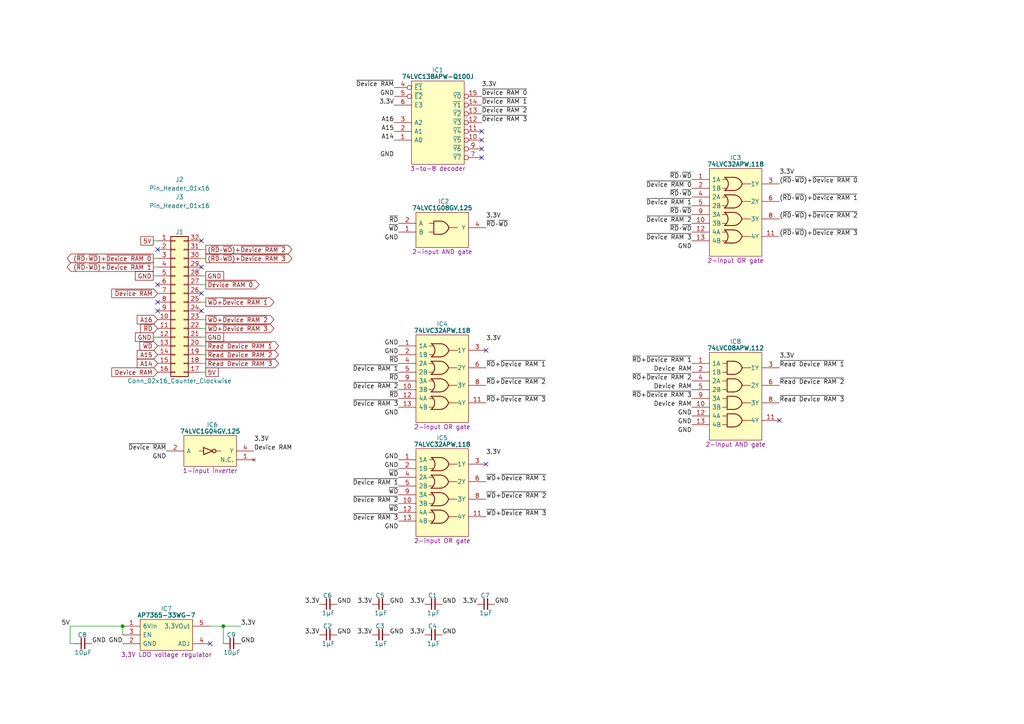
<source format=kicad_sch>
(kicad_sch
	(version 20231120)
	(generator "eeschema")
	(generator_version "8.0")
	(uuid "337b5f72-8be1-4121-9dc6-479b565482b2")
	(paper "A4")
	(title_block
		(title "Video Device RAM Select")
		(date "2024-03-06")
		(rev "V0")
	)
	(lib_symbols
		(symbol "Connector_Generic:Conn_02x16_Counter_Clockwise"
			(pin_names
				(offset 1.016) hide)
			(exclude_from_sim no)
			(in_bom yes)
			(on_board yes)
			(property "Reference" "J"
				(at 1.27 20.32 0)
				(effects
					(font
						(size 1.27 1.27)
					)
				)
			)
			(property "Value" "Conn_02x16_Counter_Clockwise"
				(at 1.27 -22.86 0)
				(effects
					(font
						(size 1.27 1.27)
					)
				)
			)
			(property "Footprint" ""
				(at 0 0 0)
				(effects
					(font
						(size 1.27 1.27)
					)
					(hide yes)
				)
			)
			(property "Datasheet" "~"
				(at 0 0 0)
				(effects
					(font
						(size 1.27 1.27)
					)
					(hide yes)
				)
			)
			(property "Description" "Generic connector, double row, 02x16, counter clockwise pin numbering scheme (similar to DIP package numbering), script generated (kicad-library-utils/schlib/autogen/connector/)"
				(at 0 0 0)
				(effects
					(font
						(size 1.27 1.27)
					)
					(hide yes)
				)
			)
			(property "ki_keywords" "connector"
				(at 0 0 0)
				(effects
					(font
						(size 1.27 1.27)
					)
					(hide yes)
				)
			)
			(property "ki_fp_filters" "Connector*:*_2x??_*"
				(at 0 0 0)
				(effects
					(font
						(size 1.27 1.27)
					)
					(hide yes)
				)
			)
			(symbol "Conn_02x16_Counter_Clockwise_1_1"
				(rectangle
					(start -1.27 -20.193)
					(end 0 -20.447)
					(stroke
						(width 0.1524)
						(type default)
					)
					(fill
						(type none)
					)
				)
				(rectangle
					(start -1.27 -17.653)
					(end 0 -17.907)
					(stroke
						(width 0.1524)
						(type default)
					)
					(fill
						(type none)
					)
				)
				(rectangle
					(start -1.27 -15.113)
					(end 0 -15.367)
					(stroke
						(width 0.1524)
						(type default)
					)
					(fill
						(type none)
					)
				)
				(rectangle
					(start -1.27 -12.573)
					(end 0 -12.827)
					(stroke
						(width 0.1524)
						(type default)
					)
					(fill
						(type none)
					)
				)
				(rectangle
					(start -1.27 -10.033)
					(end 0 -10.287)
					(stroke
						(width 0.1524)
						(type default)
					)
					(fill
						(type none)
					)
				)
				(rectangle
					(start -1.27 -7.493)
					(end 0 -7.747)
					(stroke
						(width 0.1524)
						(type default)
					)
					(fill
						(type none)
					)
				)
				(rectangle
					(start -1.27 -4.953)
					(end 0 -5.207)
					(stroke
						(width 0.1524)
						(type default)
					)
					(fill
						(type none)
					)
				)
				(rectangle
					(start -1.27 -2.413)
					(end 0 -2.667)
					(stroke
						(width 0.1524)
						(type default)
					)
					(fill
						(type none)
					)
				)
				(rectangle
					(start -1.27 0.127)
					(end 0 -0.127)
					(stroke
						(width 0.1524)
						(type default)
					)
					(fill
						(type none)
					)
				)
				(rectangle
					(start -1.27 2.667)
					(end 0 2.413)
					(stroke
						(width 0.1524)
						(type default)
					)
					(fill
						(type none)
					)
				)
				(rectangle
					(start -1.27 5.207)
					(end 0 4.953)
					(stroke
						(width 0.1524)
						(type default)
					)
					(fill
						(type none)
					)
				)
				(rectangle
					(start -1.27 7.747)
					(end 0 7.493)
					(stroke
						(width 0.1524)
						(type default)
					)
					(fill
						(type none)
					)
				)
				(rectangle
					(start -1.27 10.287)
					(end 0 10.033)
					(stroke
						(width 0.1524)
						(type default)
					)
					(fill
						(type none)
					)
				)
				(rectangle
					(start -1.27 12.827)
					(end 0 12.573)
					(stroke
						(width 0.1524)
						(type default)
					)
					(fill
						(type none)
					)
				)
				(rectangle
					(start -1.27 15.367)
					(end 0 15.113)
					(stroke
						(width 0.1524)
						(type default)
					)
					(fill
						(type none)
					)
				)
				(rectangle
					(start -1.27 17.907)
					(end 0 17.653)
					(stroke
						(width 0.1524)
						(type default)
					)
					(fill
						(type none)
					)
				)
				(rectangle
					(start -1.27 19.05)
					(end 3.81 -21.59)
					(stroke
						(width 0.254)
						(type default)
					)
					(fill
						(type background)
					)
				)
				(rectangle
					(start 3.81 -20.193)
					(end 2.54 -20.447)
					(stroke
						(width 0.1524)
						(type default)
					)
					(fill
						(type none)
					)
				)
				(rectangle
					(start 3.81 -17.653)
					(end 2.54 -17.907)
					(stroke
						(width 0.1524)
						(type default)
					)
					(fill
						(type none)
					)
				)
				(rectangle
					(start 3.81 -15.113)
					(end 2.54 -15.367)
					(stroke
						(width 0.1524)
						(type default)
					)
					(fill
						(type none)
					)
				)
				(rectangle
					(start 3.81 -12.573)
					(end 2.54 -12.827)
					(stroke
						(width 0.1524)
						(type default)
					)
					(fill
						(type none)
					)
				)
				(rectangle
					(start 3.81 -10.033)
					(end 2.54 -10.287)
					(stroke
						(width 0.1524)
						(type default)
					)
					(fill
						(type none)
					)
				)
				(rectangle
					(start 3.81 -7.493)
					(end 2.54 -7.747)
					(stroke
						(width 0.1524)
						(type default)
					)
					(fill
						(type none)
					)
				)
				(rectangle
					(start 3.81 -4.953)
					(end 2.54 -5.207)
					(stroke
						(width 0.1524)
						(type default)
					)
					(fill
						(type none)
					)
				)
				(rectangle
					(start 3.81 -2.413)
					(end 2.54 -2.667)
					(stroke
						(width 0.1524)
						(type default)
					)
					(fill
						(type none)
					)
				)
				(rectangle
					(start 3.81 0.127)
					(end 2.54 -0.127)
					(stroke
						(width 0.1524)
						(type default)
					)
					(fill
						(type none)
					)
				)
				(rectangle
					(start 3.81 2.667)
					(end 2.54 2.413)
					(stroke
						(width 0.1524)
						(type default)
					)
					(fill
						(type none)
					)
				)
				(rectangle
					(start 3.81 5.207)
					(end 2.54 4.953)
					(stroke
						(width 0.1524)
						(type default)
					)
					(fill
						(type none)
					)
				)
				(rectangle
					(start 3.81 7.747)
					(end 2.54 7.493)
					(stroke
						(width 0.1524)
						(type default)
					)
					(fill
						(type none)
					)
				)
				(rectangle
					(start 3.81 10.287)
					(end 2.54 10.033)
					(stroke
						(width 0.1524)
						(type default)
					)
					(fill
						(type none)
					)
				)
				(rectangle
					(start 3.81 12.827)
					(end 2.54 12.573)
					(stroke
						(width 0.1524)
						(type default)
					)
					(fill
						(type none)
					)
				)
				(rectangle
					(start 3.81 15.367)
					(end 2.54 15.113)
					(stroke
						(width 0.1524)
						(type default)
					)
					(fill
						(type none)
					)
				)
				(rectangle
					(start 3.81 17.907)
					(end 2.54 17.653)
					(stroke
						(width 0.1524)
						(type default)
					)
					(fill
						(type none)
					)
				)
				(pin passive line
					(at -5.08 17.78 0)
					(length 3.81)
					(name "Pin_1"
						(effects
							(font
								(size 1.27 1.27)
							)
						)
					)
					(number "1"
						(effects
							(font
								(size 1.27 1.27)
							)
						)
					)
				)
				(pin passive line
					(at -5.08 -5.08 0)
					(length 3.81)
					(name "Pin_10"
						(effects
							(font
								(size 1.27 1.27)
							)
						)
					)
					(number "10"
						(effects
							(font
								(size 1.27 1.27)
							)
						)
					)
				)
				(pin passive line
					(at -5.08 -7.62 0)
					(length 3.81)
					(name "Pin_11"
						(effects
							(font
								(size 1.27 1.27)
							)
						)
					)
					(number "11"
						(effects
							(font
								(size 1.27 1.27)
							)
						)
					)
				)
				(pin passive line
					(at -5.08 -10.16 0)
					(length 3.81)
					(name "Pin_12"
						(effects
							(font
								(size 1.27 1.27)
							)
						)
					)
					(number "12"
						(effects
							(font
								(size 1.27 1.27)
							)
						)
					)
				)
				(pin passive line
					(at -5.08 -12.7 0)
					(length 3.81)
					(name "Pin_13"
						(effects
							(font
								(size 1.27 1.27)
							)
						)
					)
					(number "13"
						(effects
							(font
								(size 1.27 1.27)
							)
						)
					)
				)
				(pin passive line
					(at -5.08 -15.24 0)
					(length 3.81)
					(name "Pin_14"
						(effects
							(font
								(size 1.27 1.27)
							)
						)
					)
					(number "14"
						(effects
							(font
								(size 1.27 1.27)
							)
						)
					)
				)
				(pin passive line
					(at -5.08 -17.78 0)
					(length 3.81)
					(name "Pin_15"
						(effects
							(font
								(size 1.27 1.27)
							)
						)
					)
					(number "15"
						(effects
							(font
								(size 1.27 1.27)
							)
						)
					)
				)
				(pin passive line
					(at -5.08 -20.32 0)
					(length 3.81)
					(name "Pin_16"
						(effects
							(font
								(size 1.27 1.27)
							)
						)
					)
					(number "16"
						(effects
							(font
								(size 1.27 1.27)
							)
						)
					)
				)
				(pin passive line
					(at 7.62 -20.32 180)
					(length 3.81)
					(name "Pin_17"
						(effects
							(font
								(size 1.27 1.27)
							)
						)
					)
					(number "17"
						(effects
							(font
								(size 1.27 1.27)
							)
						)
					)
				)
				(pin passive line
					(at 7.62 -17.78 180)
					(length 3.81)
					(name "Pin_18"
						(effects
							(font
								(size 1.27 1.27)
							)
						)
					)
					(number "18"
						(effects
							(font
								(size 1.27 1.27)
							)
						)
					)
				)
				(pin passive line
					(at 7.62 -15.24 180)
					(length 3.81)
					(name "Pin_19"
						(effects
							(font
								(size 1.27 1.27)
							)
						)
					)
					(number "19"
						(effects
							(font
								(size 1.27 1.27)
							)
						)
					)
				)
				(pin passive line
					(at -5.08 15.24 0)
					(length 3.81)
					(name "Pin_2"
						(effects
							(font
								(size 1.27 1.27)
							)
						)
					)
					(number "2"
						(effects
							(font
								(size 1.27 1.27)
							)
						)
					)
				)
				(pin passive line
					(at 7.62 -12.7 180)
					(length 3.81)
					(name "Pin_20"
						(effects
							(font
								(size 1.27 1.27)
							)
						)
					)
					(number "20"
						(effects
							(font
								(size 1.27 1.27)
							)
						)
					)
				)
				(pin passive line
					(at 7.62 -10.16 180)
					(length 3.81)
					(name "Pin_21"
						(effects
							(font
								(size 1.27 1.27)
							)
						)
					)
					(number "21"
						(effects
							(font
								(size 1.27 1.27)
							)
						)
					)
				)
				(pin passive line
					(at 7.62 -7.62 180)
					(length 3.81)
					(name "Pin_22"
						(effects
							(font
								(size 1.27 1.27)
							)
						)
					)
					(number "22"
						(effects
							(font
								(size 1.27 1.27)
							)
						)
					)
				)
				(pin passive line
					(at 7.62 -5.08 180)
					(length 3.81)
					(name "Pin_23"
						(effects
							(font
								(size 1.27 1.27)
							)
						)
					)
					(number "23"
						(effects
							(font
								(size 1.27 1.27)
							)
						)
					)
				)
				(pin passive line
					(at 7.62 -2.54 180)
					(length 3.81)
					(name "Pin_24"
						(effects
							(font
								(size 1.27 1.27)
							)
						)
					)
					(number "24"
						(effects
							(font
								(size 1.27 1.27)
							)
						)
					)
				)
				(pin passive line
					(at 7.62 0 180)
					(length 3.81)
					(name "Pin_25"
						(effects
							(font
								(size 1.27 1.27)
							)
						)
					)
					(number "25"
						(effects
							(font
								(size 1.27 1.27)
							)
						)
					)
				)
				(pin passive line
					(at 7.62 2.54 180)
					(length 3.81)
					(name "Pin_26"
						(effects
							(font
								(size 1.27 1.27)
							)
						)
					)
					(number "26"
						(effects
							(font
								(size 1.27 1.27)
							)
						)
					)
				)
				(pin passive line
					(at 7.62 5.08 180)
					(length 3.81)
					(name "Pin_27"
						(effects
							(font
								(size 1.27 1.27)
							)
						)
					)
					(number "27"
						(effects
							(font
								(size 1.27 1.27)
							)
						)
					)
				)
				(pin passive line
					(at 7.62 7.62 180)
					(length 3.81)
					(name "Pin_28"
						(effects
							(font
								(size 1.27 1.27)
							)
						)
					)
					(number "28"
						(effects
							(font
								(size 1.27 1.27)
							)
						)
					)
				)
				(pin passive line
					(at 7.62 10.16 180)
					(length 3.81)
					(name "Pin_29"
						(effects
							(font
								(size 1.27 1.27)
							)
						)
					)
					(number "29"
						(effects
							(font
								(size 1.27 1.27)
							)
						)
					)
				)
				(pin passive line
					(at -5.08 12.7 0)
					(length 3.81)
					(name "Pin_3"
						(effects
							(font
								(size 1.27 1.27)
							)
						)
					)
					(number "3"
						(effects
							(font
								(size 1.27 1.27)
							)
						)
					)
				)
				(pin passive line
					(at 7.62 12.7 180)
					(length 3.81)
					(name "Pin_30"
						(effects
							(font
								(size 1.27 1.27)
							)
						)
					)
					(number "30"
						(effects
							(font
								(size 1.27 1.27)
							)
						)
					)
				)
				(pin passive line
					(at 7.62 15.24 180)
					(length 3.81)
					(name "Pin_31"
						(effects
							(font
								(size 1.27 1.27)
							)
						)
					)
					(number "31"
						(effects
							(font
								(size 1.27 1.27)
							)
						)
					)
				)
				(pin passive line
					(at 7.62 17.78 180)
					(length 3.81)
					(name "Pin_32"
						(effects
							(font
								(size 1.27 1.27)
							)
						)
					)
					(number "32"
						(effects
							(font
								(size 1.27 1.27)
							)
						)
					)
				)
				(pin passive line
					(at -5.08 10.16 0)
					(length 3.81)
					(name "Pin_4"
						(effects
							(font
								(size 1.27 1.27)
							)
						)
					)
					(number "4"
						(effects
							(font
								(size 1.27 1.27)
							)
						)
					)
				)
				(pin passive line
					(at -5.08 7.62 0)
					(length 3.81)
					(name "Pin_5"
						(effects
							(font
								(size 1.27 1.27)
							)
						)
					)
					(number "5"
						(effects
							(font
								(size 1.27 1.27)
							)
						)
					)
				)
				(pin passive line
					(at -5.08 5.08 0)
					(length 3.81)
					(name "Pin_6"
						(effects
							(font
								(size 1.27 1.27)
							)
						)
					)
					(number "6"
						(effects
							(font
								(size 1.27 1.27)
							)
						)
					)
				)
				(pin passive line
					(at -5.08 2.54 0)
					(length 3.81)
					(name "Pin_7"
						(effects
							(font
								(size 1.27 1.27)
							)
						)
					)
					(number "7"
						(effects
							(font
								(size 1.27 1.27)
							)
						)
					)
				)
				(pin passive line
					(at -5.08 0 0)
					(length 3.81)
					(name "Pin_8"
						(effects
							(font
								(size 1.27 1.27)
							)
						)
					)
					(number "8"
						(effects
							(font
								(size 1.27 1.27)
							)
						)
					)
				)
				(pin passive line
					(at -5.08 -2.54 0)
					(length 3.81)
					(name "Pin_9"
						(effects
							(font
								(size 1.27 1.27)
							)
						)
					)
					(number "9"
						(effects
							(font
								(size 1.27 1.27)
							)
						)
					)
				)
			)
		)
		(symbol "Diodes_Inc:AP7365-33WG-7"
			(pin_names
				(offset 0.762)
			)
			(exclude_from_sim no)
			(in_bom yes)
			(on_board yes)
			(property "Reference" "IC"
				(at 12.7 5.08 0)
				(effects
					(font
						(size 1.27 1.27)
					)
				)
			)
			(property "Value" "AP7365-33WG-7"
				(at 12.7 3.175 0)
				(effects
					(font
						(size 1.27 1.27)
						(bold yes)
					)
				)
			)
			(property "Footprint" "SamacSys_Parts:SOT95P285X130-5N"
				(at 21.59 -14.605 0)
				(effects
					(font
						(size 1.27 1.27)
					)
					(justify left)
					(hide yes)
				)
			)
			(property "Datasheet" "https://componentsearchengine.com/Datasheets/1/AP7365-33WG-7.pdf"
				(at 21.59 -17.145 0)
				(effects
					(font
						(size 1.27 1.27)
					)
					(justify left)
					(hide yes)
				)
			)
			(property "Description" "3.3V LDO voltage regulator"
				(at 12.7 -8.255 0)
				(effects
					(font
						(size 1.27 1.27)
					)
				)
			)
			(property "Height" "1.3"
				(at 21.59 -19.685 0)
				(effects
					(font
						(size 1.27 1.27)
					)
					(justify left)
					(hide yes)
				)
			)
			(property "Manufacturer_Name" "Diodes Inc."
				(at 21.59 -22.225 0)
				(effects
					(font
						(size 1.27 1.27)
					)
					(justify left)
					(hide yes)
				)
			)
			(property "Manufacturer_Part_Number" "AP7365-33WG-7"
				(at 21.59 -24.765 0)
				(effects
					(font
						(size 1.27 1.27)
					)
					(justify left)
					(hide yes)
				)
			)
			(property "Mouser Part Number" "621-AP7365-33WG-7"
				(at 21.59 -27.305 0)
				(effects
					(font
						(size 1.27 1.27)
					)
					(justify left)
					(hide yes)
				)
			)
			(property "Mouser Price/Stock" "https://www.mouser.co.uk/ProductDetail/Diodes-Incorporated/AP7365-33WG-7?qs=abZ1nkZpTuOZFvxvoFPL0w%3D%3D"
				(at 21.59 -29.845 0)
				(effects
					(font
						(size 1.27 1.27)
					)
					(justify left)
					(hide yes)
				)
			)
			(property "Arrow Part Number" "AP7365-33WG-7"
				(at 21.59 -32.385 0)
				(effects
					(font
						(size 1.27 1.27)
					)
					(justify left)
					(hide yes)
				)
			)
			(property "Arrow Price/Stock" "https://www.arrow.com/en/products/ap7365-33wg-7/diodes-incorporated?region=nac"
				(at 21.59 -34.925 0)
				(effects
					(font
						(size 1.27 1.27)
					)
					(justify left)
					(hide yes)
				)
			)
			(property "Silkscreen" "AP7365"
				(at 21.59 -12.065 0)
				(effects
					(font
						(size 1.27 1.27)
					)
					(justify left)
					(hide yes)
				)
			)
			(symbol "AP7365-33WG-7_0_0"
				(pin passive line
					(at 0 -5.08 0)
					(length 5.08)
					(name "GND"
						(effects
							(font
								(size 1.27 1.27)
							)
						)
					)
					(number "2"
						(effects
							(font
								(size 1.27 1.27)
							)
						)
					)
				)
				(pin input line
					(at 0 -2.54 0)
					(length 5.08)
					(name "EN"
						(effects
							(font
								(size 1.27 1.27)
							)
						)
					)
					(number "3"
						(effects
							(font
								(size 1.27 1.27)
							)
						)
					)
				)
				(pin passive line
					(at 25.4 -5.08 180)
					(length 5.08)
					(name "ADJ"
						(effects
							(font
								(size 1.27 1.27)
							)
						)
					)
					(number "4"
						(effects
							(font
								(size 1.27 1.27)
							)
						)
					)
				)
			)
			(symbol "AP7365-33WG-7_0_1"
				(polyline
					(pts
						(xy 5.08 1.905) (xy 20.32 1.905) (xy 20.32 -6.985) (xy 5.08 -6.985) (xy 5.08 1.905)
					)
					(stroke
						(width 0)
						(type default)
					)
					(fill
						(type background)
					)
				)
			)
			(symbol "AP7365-33WG-7_1_0"
				(pin passive line
					(at 0 0 0)
					(length 5.08)
					(name "6VIn"
						(effects
							(font
								(size 1.27 1.27)
							)
						)
					)
					(number "1"
						(effects
							(font
								(size 1.27 1.27)
							)
						)
					)
				)
				(pin passive line
					(at 25.4 0 180)
					(length 5.08)
					(name "3.3VOut"
						(effects
							(font
								(size 1.27 1.27)
							)
						)
					)
					(number "5"
						(effects
							(font
								(size 1.27 1.27)
							)
						)
					)
				)
			)
		)
		(symbol "HCP65:C_0805"
			(pin_numbers hide)
			(pin_names
				(offset 0.254) hide)
			(exclude_from_sim no)
			(in_bom yes)
			(on_board yes)
			(property "Reference" "C"
				(at 2.286 2.54 0)
				(effects
					(font
						(size 1.27 1.27)
					)
				)
			)
			(property "Value" "?μF"
				(at 2.54 -2.54 0)
				(effects
					(font
						(size 1.27 1.27)
					)
				)
			)
			(property "Footprint" "SamacSys_Parts:C_0805"
				(at 16.764 -7.62 0)
				(effects
					(font
						(size 1.27 1.27)
					)
					(hide yes)
				)
			)
			(property "Datasheet" ""
				(at 2.2225 0.3175 90)
				(effects
					(font
						(size 1.27 1.27)
					)
					(hide yes)
				)
			)
			(property "Description" ""
				(at 0 0 0)
				(effects
					(font
						(size 1.27 1.27)
					)
					(hide yes)
				)
			)
			(property "ki_keywords" "capacitor cap"
				(at 0 0 0)
				(effects
					(font
						(size 1.27 1.27)
					)
					(hide yes)
				)
			)
			(property "ki_fp_filters" "C_*"
				(at 0 0 0)
				(effects
					(font
						(size 1.27 1.27)
					)
					(hide yes)
				)
			)
			(symbol "C_0805_0_1"
				(polyline
					(pts
						(xy 1.9685 -1.4605) (xy 1.9685 1.5875)
					)
					(stroke
						(width 0.3048)
						(type default)
					)
					(fill
						(type none)
					)
				)
				(polyline
					(pts
						(xy 2.9845 -1.4605) (xy 2.9845 1.5875)
					)
					(stroke
						(width 0.3302)
						(type default)
					)
					(fill
						(type none)
					)
				)
			)
			(symbol "C_0805_1_1"
				(pin passive line
					(at 0 0 0)
					(length 2.032)
					(name "~"
						(effects
							(font
								(size 1.27 1.27)
							)
						)
					)
					(number "1"
						(effects
							(font
								(size 1.27 1.27)
							)
						)
					)
				)
				(pin passive line
					(at 5.08 0 180)
					(length 2.032)
					(name "~"
						(effects
							(font
								(size 1.27 1.27)
							)
						)
					)
					(number "2"
						(effects
							(font
								(size 1.27 1.27)
							)
						)
					)
				)
			)
		)
		(symbol "HCP65:Pin_Header_01x32"
			(pin_names
				(offset 1.016) hide)
			(exclude_from_sim no)
			(in_bom yes)
			(on_board yes)
			(property "Reference" "J"
				(at 0 1.27 0)
				(effects
					(font
						(size 1.27 1.27)
					)
				)
			)
			(property "Value" "Pin_Header_01x32"
				(at 0 -1.27 0)
				(effects
					(font
						(size 1.27 1.27)
					)
				)
			)
			(property "Footprint" "SamacSys_Parts:PinHeader_1x32_P2.54mm_Vertical"
				(at 0 -3.81 0)
				(effects
					(font
						(size 1.27 1.27)
					)
					(hide yes)
				)
			)
			(property "Datasheet" "~"
				(at -5.08 0 0)
				(effects
					(font
						(size 1.27 1.27)
					)
					(hide yes)
				)
			)
			(property "Description" ""
				(at 0 0 0)
				(effects
					(font
						(size 1.27 1.27)
					)
					(hide yes)
				)
			)
			(property "ki_fp_filters" "Connector*:*_1x??_*"
				(at 0 0 0)
				(effects
					(font
						(size 1.27 1.27)
					)
					(hide yes)
				)
			)
		)
		(symbol "Nexperia:74LVC08APW,112"
			(pin_names
				(offset 0.762)
			)
			(exclude_from_sim no)
			(in_bom yes)
			(on_board yes)
			(property "Reference" "IC"
				(at 12.7 6.35 0)
				(effects
					(font
						(size 1.27 1.27)
					)
				)
			)
			(property "Value" "74LVC08APW,112"
				(at 12.7 4.445 0)
				(effects
					(font
						(size 1.27 1.27)
						(bold yes)
					)
				)
			)
			(property "Footprint" "SamacSys_Parts:SOP65P640X110-14N"
				(at 30.48 -31.115 0)
				(effects
					(font
						(size 1.27 1.27)
					)
					(justify left)
					(hide yes)
				)
			)
			(property "Datasheet" "https://assets.nexperia.com/documents/data-sheet/74LVC08A.pdf"
				(at 30.48 -33.655 0)
				(effects
					(font
						(size 1.27 1.27)
					)
					(justify left)
					(hide yes)
				)
			)
			(property "Description" "2-input AND gate"
				(at 12.7 -23.495 0)
				(effects
					(font
						(size 1.27 1.27)
					)
				)
			)
			(property "Height" "1.1"
				(at 30.48 -36.195 0)
				(effects
					(font
						(size 1.27 1.27)
					)
					(justify left)
					(hide yes)
				)
			)
			(property "Manufacturer_Name" "Nexperia"
				(at 30.48 -38.735 0)
				(effects
					(font
						(size 1.27 1.27)
					)
					(justify left)
					(hide yes)
				)
			)
			(property "Manufacturer_Part_Number" "74LVC08APW,112"
				(at 30.48 -41.275 0)
				(effects
					(font
						(size 1.27 1.27)
					)
					(justify left)
					(hide yes)
				)
			)
			(property "Mouser Part Number" "771-74LVC08APW"
				(at 30.48 -43.815 0)
				(effects
					(font
						(size 1.27 1.27)
					)
					(justify left)
					(hide yes)
				)
			)
			(property "Mouser Price/Stock" "https://www.mouser.com/Search/Refine.aspx?Keyword=771-74LVC08APW"
				(at 30.48 -46.355 0)
				(effects
					(font
						(size 1.27 1.27)
					)
					(justify left)
					(hide yes)
				)
			)
			(property "Silkscreen" "74LVC08"
				(at 12.7 -25.4 0)
				(effects
					(font
						(size 1.27 1.27)
					)
					(hide yes)
				)
			)
			(symbol "74LVC08APW,112_0_0"
				(pin input line
					(at 0 0 0)
					(length 5.08)
					(name "1A"
						(effects
							(font
								(size 1.27 1.27)
							)
						)
					)
					(number "1"
						(effects
							(font
								(size 1.27 1.27)
							)
						)
					)
				)
				(pin input line
					(at 0 -12.7 0)
					(length 5.08)
					(name "3B"
						(effects
							(font
								(size 1.27 1.27)
							)
						)
					)
					(number "10"
						(effects
							(font
								(size 1.27 1.27)
							)
						)
					)
				)
				(pin output line
					(at 25.4 -16.51 180)
					(length 5.08)
					(name "4Y"
						(effects
							(font
								(size 1.27 1.27)
							)
						)
					)
					(number "11"
						(effects
							(font
								(size 1.27 1.27)
							)
						)
					)
				)
				(pin input line
					(at 0 -15.24 0)
					(length 5.08)
					(name "4A"
						(effects
							(font
								(size 1.27 1.27)
							)
						)
					)
					(number "12"
						(effects
							(font
								(size 1.27 1.27)
							)
						)
					)
				)
				(pin input line
					(at 0 -17.78 0)
					(length 5.08)
					(name "4B"
						(effects
							(font
								(size 1.27 1.27)
							)
						)
					)
					(number "13"
						(effects
							(font
								(size 1.27 1.27)
							)
						)
					)
				)
				(pin passive line
					(at 25.4 1.27 180)
					(length 5.08) hide
					(name "3V"
						(effects
							(font
								(size 1.27 1.27)
							)
						)
					)
					(number "14"
						(effects
							(font
								(size 1.27 1.27)
							)
						)
					)
				)
				(pin input line
					(at 0 -2.54 0)
					(length 5.08)
					(name "1B"
						(effects
							(font
								(size 1.27 1.27)
							)
						)
					)
					(number "2"
						(effects
							(font
								(size 1.27 1.27)
							)
						)
					)
				)
				(pin passive line
					(at 25.4 -1.27 180)
					(length 5.08)
					(name "1Y"
						(effects
							(font
								(size 1.27 1.27)
							)
						)
					)
					(number "3"
						(effects
							(font
								(size 1.27 1.27)
							)
						)
					)
				)
				(pin input line
					(at 0 -5.08 0)
					(length 5.08)
					(name "2A"
						(effects
							(font
								(size 1.27 1.27)
							)
						)
					)
					(number "4"
						(effects
							(font
								(size 1.27 1.27)
							)
						)
					)
				)
				(pin input line
					(at 0 -7.62 0)
					(length 5.08)
					(name "2B"
						(effects
							(font
								(size 1.27 1.27)
							)
						)
					)
					(number "5"
						(effects
							(font
								(size 1.27 1.27)
							)
						)
					)
				)
				(pin output line
					(at 25.4 -6.35 180)
					(length 5.08)
					(name "2Y"
						(effects
							(font
								(size 1.27 1.27)
							)
						)
					)
					(number "6"
						(effects
							(font
								(size 1.27 1.27)
							)
						)
					)
				)
				(pin passive line
					(at 0 -20.32 0)
					(length 5.08) hide
					(name "GND"
						(effects
							(font
								(size 1.27 1.27)
							)
						)
					)
					(number "7"
						(effects
							(font
								(size 1.27 1.27)
							)
						)
					)
				)
				(pin output line
					(at 25.4 -11.43 180)
					(length 5.08)
					(name "3Y"
						(effects
							(font
								(size 1.27 1.27)
							)
						)
					)
					(number "8"
						(effects
							(font
								(size 1.27 1.27)
							)
						)
					)
				)
				(pin input line
					(at 0 -10.16 0)
					(length 5.08)
					(name "3A"
						(effects
							(font
								(size 1.27 1.27)
							)
						)
					)
					(number "9"
						(effects
							(font
								(size 1.27 1.27)
							)
						)
					)
				)
			)
			(symbol "74LVC08APW,112_0_1"
				(polyline
					(pts
						(xy 8.89 -17.78) (xy 10.1599 -17.78)
					)
					(stroke
						(width 0)
						(type default)
					)
					(fill
						(type none)
					)
				)
				(polyline
					(pts
						(xy 8.89 -15.24) (xy 10.1599 -15.24)
					)
					(stroke
						(width 0)
						(type default)
					)
					(fill
						(type none)
					)
				)
				(polyline
					(pts
						(xy 8.89 -12.7) (xy 10.1599 -12.7)
					)
					(stroke
						(width 0)
						(type default)
					)
					(fill
						(type none)
					)
				)
				(polyline
					(pts
						(xy 8.89 -10.16) (xy 10.1599 -10.16)
					)
					(stroke
						(width 0)
						(type default)
					)
					(fill
						(type none)
					)
				)
				(polyline
					(pts
						(xy 8.89 -7.62) (xy 10.1599 -7.62)
					)
					(stroke
						(width 0)
						(type default)
					)
					(fill
						(type none)
					)
				)
				(polyline
					(pts
						(xy 8.89 -5.08) (xy 10.1599 -5.08)
					)
					(stroke
						(width 0)
						(type default)
					)
					(fill
						(type none)
					)
				)
				(polyline
					(pts
						(xy 8.89 -2.54) (xy 10.1599 -2.54)
					)
					(stroke
						(width 0)
						(type default)
					)
					(fill
						(type none)
					)
				)
				(polyline
					(pts
						(xy 8.89 0) (xy 10.1599 0)
					)
					(stroke
						(width 0)
						(type default)
					)
					(fill
						(type none)
					)
				)
				(polyline
					(pts
						(xy 10.248 -14.605) (xy 10.248 -18.415)
					)
					(stroke
						(width 0.254)
						(type default)
					)
					(fill
						(type background)
					)
				)
				(polyline
					(pts
						(xy 10.248 -9.525) (xy 10.248 -13.335)
					)
					(stroke
						(width 0.254)
						(type default)
					)
					(fill
						(type background)
					)
				)
				(polyline
					(pts
						(xy 10.248 -4.445) (xy 10.248 -8.255)
					)
					(stroke
						(width 0.254)
						(type default)
					)
					(fill
						(type background)
					)
				)
				(polyline
					(pts
						(xy 10.248 0.635) (xy 10.248 -3.175)
					)
					(stroke
						(width 0.254)
						(type default)
					)
					(fill
						(type background)
					)
				)
				(polyline
					(pts
						(xy 12.065 -18.415) (xy 10.248 -18.415)
					)
					(stroke
						(width 0.254)
						(type default)
					)
					(fill
						(type background)
					)
				)
				(polyline
					(pts
						(xy 12.065 -14.605) (xy 10.248 -14.605)
					)
					(stroke
						(width 0.254)
						(type default)
					)
					(fill
						(type background)
					)
				)
				(polyline
					(pts
						(xy 12.065 -13.335) (xy 10.248 -13.335)
					)
					(stroke
						(width 0.254)
						(type default)
					)
					(fill
						(type background)
					)
				)
				(polyline
					(pts
						(xy 12.065 -9.525) (xy 10.248 -9.525)
					)
					(stroke
						(width 0.254)
						(type default)
					)
					(fill
						(type background)
					)
				)
				(polyline
					(pts
						(xy 12.065 -8.255) (xy 10.248 -8.255)
					)
					(stroke
						(width 0.254)
						(type default)
					)
					(fill
						(type background)
					)
				)
				(polyline
					(pts
						(xy 12.065 -4.445) (xy 10.248 -4.445)
					)
					(stroke
						(width 0.254)
						(type default)
					)
					(fill
						(type background)
					)
				)
				(polyline
					(pts
						(xy 12.065 -3.175) (xy 10.248 -3.175)
					)
					(stroke
						(width 0.254)
						(type default)
					)
					(fill
						(type background)
					)
				)
				(polyline
					(pts
						(xy 12.065 0.635) (xy 10.248 0.635)
					)
					(stroke
						(width 0.254)
						(type default)
					)
					(fill
						(type background)
					)
				)
				(polyline
					(pts
						(xy 14.605 -16.51) (xy 17.145 -16.51)
					)
					(stroke
						(width 0)
						(type default)
					)
					(fill
						(type none)
					)
				)
				(polyline
					(pts
						(xy 14.605 -11.43) (xy 17.145 -11.43)
					)
					(stroke
						(width 0)
						(type default)
					)
					(fill
						(type none)
					)
				)
				(polyline
					(pts
						(xy 14.605 -6.35) (xy 17.145 -6.35)
					)
					(stroke
						(width 0)
						(type default)
					)
					(fill
						(type none)
					)
				)
				(polyline
					(pts
						(xy 14.605 -1.27) (xy 17.145 -1.27)
					)
					(stroke
						(width 0)
						(type default)
					)
					(fill
						(type none)
					)
				)
				(polyline
					(pts
						(xy 5.08 3.175) (xy 20.32 3.175) (xy 20.32 -22.225) (xy 5.08 -22.225) (xy 5.08 3.175)
					)
					(stroke
						(width 0.1524)
						(type default)
					)
					(fill
						(type background)
					)
				)
				(arc
					(start 12.065 -18.415)
					(mid 13.6634 -17.9004)
					(end 14.605 -16.51)
					(stroke
						(width 0.254)
						(type default)
					)
					(fill
						(type none)
					)
				)
				(arc
					(start 12.065 -13.335)
					(mid 13.6634 -12.8204)
					(end 14.605 -11.43)
					(stroke
						(width 0.254)
						(type default)
					)
					(fill
						(type none)
					)
				)
				(arc
					(start 12.065 -8.255)
					(mid 13.6634 -7.7404)
					(end 14.605 -6.35)
					(stroke
						(width 0.254)
						(type default)
					)
					(fill
						(type none)
					)
				)
				(arc
					(start 12.065 -3.175)
					(mid 13.6634 -2.6604)
					(end 14.605 -1.27)
					(stroke
						(width 0.254)
						(type default)
					)
					(fill
						(type none)
					)
				)
				(arc
					(start 14.605 -16.51)
					(mid 13.6646 -15.118)
					(end 12.065 -14.605)
					(stroke
						(width 0.254)
						(type default)
					)
					(fill
						(type none)
					)
				)
				(arc
					(start 14.605 -11.43)
					(mid 13.6646 -10.038)
					(end 12.065 -9.525)
					(stroke
						(width 0.254)
						(type default)
					)
					(fill
						(type none)
					)
				)
				(arc
					(start 14.605 -6.35)
					(mid 13.6646 -4.958)
					(end 12.065 -4.445)
					(stroke
						(width 0.254)
						(type default)
					)
					(fill
						(type none)
					)
				)
				(arc
					(start 14.605 -1.27)
					(mid 13.6646 0.122)
					(end 12.065 0.635)
					(stroke
						(width 0.254)
						(type default)
					)
					(fill
						(type none)
					)
				)
			)
		)
		(symbol "Nexperia:74LVC138APW-Q100J"
			(pin_names
				(offset 0.762)
			)
			(exclude_from_sim no)
			(in_bom yes)
			(on_board yes)
			(property "Reference" "IC"
				(at 12.7 3.175 0)
				(effects
					(font
						(size 1.27 1.27)
					)
				)
			)
			(property "Value" "74LVC138APW-Q100J"
				(at 12.7 1.27 0)
				(effects
					(font
						(size 1.27 1.27)
						(bold yes)
					)
				)
			)
			(property "Footprint" "SamacSys_Parts:SOP65P640X110-16N"
				(at 29.21 -31.115 0)
				(effects
					(font
						(size 1.27 1.27)
					)
					(justify left)
					(hide yes)
				)
			)
			(property "Datasheet" "https://assets.nexperia.com/documents/data-sheet/74LVC138A_Q100.pdf"
				(at 29.21 -33.655 0)
				(effects
					(font
						(size 1.27 1.27)
					)
					(justify left)
					(hide yes)
				)
			)
			(property "Description" "3-to-8 decoder"
				(at 12.7 -25.4 0)
				(effects
					(font
						(size 1.27 1.27)
					)
				)
			)
			(property "Height" "1.1"
				(at 29.21 -38.735 0)
				(effects
					(font
						(size 1.27 1.27)
					)
					(justify left)
					(hide yes)
				)
			)
			(property "Mouser Part Number" "771-74LVC138APWQ100J"
				(at 29.21 -41.275 0)
				(effects
					(font
						(size 1.27 1.27)
					)
					(justify left)
					(hide yes)
				)
			)
			(property "Mouser Price/Stock" "https://www.mouser.co.uk/ProductDetail/Nexperia/74LVC138APW-Q100J?qs=fi7yB2oewZnXKE82xo%252BhJQ%3D%3D"
				(at 29.21 -43.815 0)
				(effects
					(font
						(size 1.27 1.27)
					)
					(justify left)
					(hide yes)
				)
			)
			(property "Manufacturer_Name" "Nexperia"
				(at 29.21 -46.355 0)
				(effects
					(font
						(size 1.27 1.27)
					)
					(justify left)
					(hide yes)
				)
			)
			(property "Manufacturer_Part_Number" "74LVC138APW-Q100J"
				(at 29.21 -48.895 0)
				(effects
					(font
						(size 1.27 1.27)
					)
					(justify left)
					(hide yes)
				)
			)
			(property "Silkscreen" "74LVC138"
				(at 29.21 -36.195 0)
				(effects
					(font
						(size 1.27 1.27)
					)
					(justify left)
					(hide yes)
				)
			)
			(symbol "74LVC138APW-Q100J_0_0"
				(pin input line
					(at 0 -17.145 0)
					(length 5.08)
					(name "A0"
						(effects
							(font
								(size 1.27 1.27)
							)
						)
					)
					(number "1"
						(effects
							(font
								(size 1.27 1.27)
							)
						)
					)
				)
				(pin output inverted
					(at 25.4 -17.145 180)
					(length 5.08)
					(name "~{Y5}"
						(effects
							(font
								(size 1.27 1.27)
							)
						)
					)
					(number "10"
						(effects
							(font
								(size 1.27 1.27)
							)
						)
					)
				)
				(pin output inverted
					(at 25.4 -14.605 180)
					(length 5.08)
					(name "~{Y4}"
						(effects
							(font
								(size 1.27 1.27)
							)
						)
					)
					(number "11"
						(effects
							(font
								(size 1.27 1.27)
							)
						)
					)
				)
				(pin output inverted
					(at 25.4 -12.065 180)
					(length 5.08)
					(name "~{Y3}"
						(effects
							(font
								(size 1.27 1.27)
							)
						)
					)
					(number "12"
						(effects
							(font
								(size 1.27 1.27)
							)
						)
					)
				)
				(pin output inverted
					(at 25.4 -9.525 180)
					(length 5.08)
					(name "~{Y2}"
						(effects
							(font
								(size 1.27 1.27)
							)
						)
					)
					(number "13"
						(effects
							(font
								(size 1.27 1.27)
							)
						)
					)
				)
				(pin output inverted
					(at 25.4 -6.985 180)
					(length 5.08)
					(name "~{Y1}"
						(effects
							(font
								(size 1.27 1.27)
							)
						)
					)
					(number "14"
						(effects
							(font
								(size 1.27 1.27)
							)
						)
					)
				)
				(pin output inverted
					(at 25.4 -4.445 180)
					(length 5.08)
					(name "~{Y0}"
						(effects
							(font
								(size 1.27 1.27)
							)
						)
					)
					(number "15"
						(effects
							(font
								(size 1.27 1.27)
							)
						)
					)
				)
				(pin passive line
					(at 25.4 -1.905 180)
					(length 5.08) hide
					(name "3V"
						(effects
							(font
								(size 1.27 1.27)
							)
						)
					)
					(number "16"
						(effects
							(font
								(size 1.27 1.27)
							)
						)
					)
				)
				(pin input line
					(at 0 -14.605 0)
					(length 5.08)
					(name "A1"
						(effects
							(font
								(size 1.27 1.27)
							)
						)
					)
					(number "2"
						(effects
							(font
								(size 1.27 1.27)
							)
						)
					)
				)
				(pin input line
					(at 0 -12.065 0)
					(length 5.08)
					(name "A2"
						(effects
							(font
								(size 1.27 1.27)
							)
						)
					)
					(number "3"
						(effects
							(font
								(size 1.27 1.27)
							)
						)
					)
				)
				(pin input line
					(at 0 -6.985 0)
					(length 5.08)
					(name "E3"
						(effects
							(font
								(size 1.27 1.27)
							)
						)
					)
					(number "6"
						(effects
							(font
								(size 1.27 1.27)
							)
						)
					)
				)
				(pin output inverted
					(at 25.4 -22.225 180)
					(length 5.08)
					(name "~{Y7}"
						(effects
							(font
								(size 1.27 1.27)
							)
						)
					)
					(number "7"
						(effects
							(font
								(size 1.27 1.27)
							)
						)
					)
				)
				(pin passive line
					(at 0 -22.225 0)
					(length 5.08) hide
					(name "GND"
						(effects
							(font
								(size 1.27 1.27)
							)
						)
					)
					(number "8"
						(effects
							(font
								(size 1.27 1.27)
							)
						)
					)
				)
				(pin output inverted
					(at 25.4 -19.685 180)
					(length 5.08)
					(name "~{Y6}"
						(effects
							(font
								(size 1.27 1.27)
							)
						)
					)
					(number "9"
						(effects
							(font
								(size 1.27 1.27)
							)
						)
					)
				)
			)
			(symbol "74LVC138APW-Q100J_0_1"
				(polyline
					(pts
						(xy 5.08 0) (xy 20.32 0) (xy 20.32 -24.13) (xy 5.08 -24.13) (xy 5.08 0)
					)
					(stroke
						(width 0.1524)
						(type default)
					)
					(fill
						(type background)
					)
				)
			)
			(symbol "74LVC138APW-Q100J_1_0"
				(pin input inverted
					(at 0 -1.905 0)
					(length 5.08)
					(name "~{E1}"
						(effects
							(font
								(size 1.27 1.27)
							)
						)
					)
					(number "4"
						(effects
							(font
								(size 1.27 1.27)
							)
						)
					)
				)
				(pin input inverted
					(at 0 -4.445 0)
					(length 5.08)
					(name "~{E2}"
						(effects
							(font
								(size 1.27 1.27)
							)
						)
					)
					(number "5"
						(effects
							(font
								(size 1.27 1.27)
							)
						)
					)
				)
			)
		)
		(symbol "Nexperia:74LVC1G04GV,125"
			(pin_names
				(offset 0.762)
			)
			(exclude_from_sim no)
			(in_bom yes)
			(on_board yes)
			(property "Reference" "IC"
				(at 13.335 5.08 0)
				(effects
					(font
						(size 1.27 1.27)
					)
				)
			)
			(property "Value" "74LVC1G04GV,125"
				(at 12.7 3.175 0)
				(effects
					(font
						(size 1.27 1.27)
						(bold yes)
					)
				)
			)
			(property "Footprint" "SamacSys_Parts:SOT95P275X110-5N"
				(at 26.035 -22.86 0)
				(effects
					(font
						(size 1.27 1.27)
					)
					(justify left)
					(hide yes)
				)
			)
			(property "Datasheet" "https://assets.nexperia.com/documents/data-sheet/74LVC1G04.pdf"
				(at 26.035 -25.4 0)
				(effects
					(font
						(size 1.27 1.27)
					)
					(justify left)
					(hide yes)
				)
			)
			(property "Description" "1-input inverter"
				(at 12.7 -8.255 0)
				(effects
					(font
						(size 1.27 1.27)
					)
				)
			)
			(property "Height" "1.1"
				(at 26.035 -30.48 0)
				(effects
					(font
						(size 1.27 1.27)
					)
					(justify left)
					(hide yes)
				)
			)
			(property "Manufacturer_Name" "Nexperia"
				(at 26.035 -33.02 0)
				(effects
					(font
						(size 1.27 1.27)
					)
					(justify left)
					(hide yes)
				)
			)
			(property "Manufacturer_Part_Number" "74LVC1G04GV,125"
				(at 26.035 -35.56 0)
				(effects
					(font
						(size 1.27 1.27)
					)
					(justify left)
					(hide yes)
				)
			)
			(property "Mouser Part Number" "771-74LVC1G04GV"
				(at 26.035 -38.1 0)
				(effects
					(font
						(size 1.27 1.27)
					)
					(justify left)
					(hide yes)
				)
			)
			(property "Mouser Price/Stock" "https://www.mouser.co.uk/ProductDetail/Nexperia/74LVC1G04GV125?qs=me8TqzrmIYW6McwMAxl%2F9w%3D%3D"
				(at 26.035 -40.64 0)
				(effects
					(font
						(size 1.27 1.27)
					)
					(justify left)
					(hide yes)
				)
			)
			(property "Silkscreen" "'1G04"
				(at 13.335 -10.795 0)
				(effects
					(font
						(size 1.27 1.27)
					)
					(hide yes)
				)
			)
			(symbol "74LVC1G04GV,125_0_0"
				(pin no_connect line
					(at 25.4 -5.08 180)
					(length 5.08)
					(name "N.C."
						(effects
							(font
								(size 1.27 1.27)
							)
						)
					)
					(number "1"
						(effects
							(font
								(size 1.27 1.27)
							)
						)
					)
				)
				(pin input line
					(at 0 -2.54 0)
					(length 5.08)
					(name "A"
						(effects
							(font
								(size 1.27 1.27)
							)
						)
					)
					(number "2"
						(effects
							(font
								(size 1.27 1.27)
							)
						)
					)
				)
				(pin passive line
					(at 0 -5.08 0)
					(length 5.08) hide
					(name "GND"
						(effects
							(font
								(size 1.27 1.27)
							)
						)
					)
					(number "3"
						(effects
							(font
								(size 1.27 1.27)
							)
						)
					)
				)
				(pin output line
					(at 25.4 -2.54 180)
					(length 5.08)
					(name "Y"
						(effects
							(font
								(size 1.27 1.27)
							)
						)
					)
					(number "4"
						(effects
							(font
								(size 1.27 1.27)
							)
						)
					)
				)
				(pin passive line
					(at 25.4 0 180)
					(length 5.08) hide
					(name "3V"
						(effects
							(font
								(size 1.27 1.27)
							)
						)
					)
					(number "5"
						(effects
							(font
								(size 1.27 1.27)
							)
						)
					)
				)
			)
			(symbol "74LVC1G04GV,125_0_1"
				(polyline
					(pts
						(xy 9.525 -2.54) (xy 10.7949 -2.54)
					)
					(stroke
						(width 0)
						(type default)
					)
					(fill
						(type none)
					)
				)
				(polyline
					(pts
						(xy 14.351 -2.54) (xy 15.875 -2.54)
					)
					(stroke
						(width 0)
						(type default)
					)
					(fill
						(type none)
					)
				)
				(polyline
					(pts
						(xy 10.795 -3.556) (xy 13.335 -2.54) (xy 10.795 -1.524)
					)
					(stroke
						(width 0.254)
						(type default)
					)
					(fill
						(type none)
					)
				)
				(polyline
					(pts
						(xy 5.08 1.905) (xy 20.32 1.905) (xy 20.32 -6.985) (xy 5.08 -6.985) (xy 5.08 1.905)
					)
					(stroke
						(width 0.1524)
						(type default)
					)
					(fill
						(type background)
					)
				)
				(rectangle
					(start 10.795 -1.524)
					(end 10.795 -3.556)
					(stroke
						(width 0.254)
						(type default)
					)
					(fill
						(type background)
					)
				)
				(circle
					(center 13.843 -2.54)
					(radius 0.508)
					(stroke
						(width 0.254)
						(type default)
					)
					(fill
						(type none)
					)
				)
			)
		)
		(symbol "Nexperia:74LVC1G08GV,125"
			(pin_names
				(offset 0.762)
			)
			(exclude_from_sim no)
			(in_bom yes)
			(on_board yes)
			(property "Reference" "IC"
				(at 11.43 6.35 0)
				(effects
					(font
						(size 1.27 1.27)
					)
					(justify left)
				)
			)
			(property "Value" "74LVC1G08GV,125"
				(at 12.7 4.445 0)
				(effects
					(font
						(size 1.27 1.27)
						(bold yes)
					)
				)
			)
			(property "Footprint" "SamacSys_Parts:SOT95P275X110-5N"
				(at 24.13 -12.065 0)
				(effects
					(font
						(size 1.27 1.27)
					)
					(justify left)
					(hide yes)
				)
			)
			(property "Datasheet" "https://assets.nexperia.com/documents/data-sheet/74LVC1G08.pdf"
				(at 24.13 -14.605 0)
				(effects
					(font
						(size 1.27 1.27)
					)
					(justify left)
					(hide yes)
				)
			)
			(property "Description" "2-input AND gate"
				(at 12.7 -8.255 0)
				(effects
					(font
						(size 1.27 1.27)
					)
				)
			)
			(property "Height" "1.1"
				(at 24.13 -19.685 0)
				(effects
					(font
						(size 1.27 1.27)
					)
					(justify left)
					(hide yes)
				)
			)
			(property "Manufacturer_Name" "Nexperia"
				(at 24.13 -22.225 0)
				(effects
					(font
						(size 1.27 1.27)
					)
					(justify left)
					(hide yes)
				)
			)
			(property "Manufacturer_Part_Number" "74LVC1G08GV,125"
				(at 24.13 -24.765 0)
				(effects
					(font
						(size 1.27 1.27)
					)
					(justify left)
					(hide yes)
				)
			)
			(property "Mouser Part Number" "771-74LVC1G08GV"
				(at 24.13 -27.305 0)
				(effects
					(font
						(size 1.27 1.27)
					)
					(justify left)
					(hide yes)
				)
			)
			(property "Mouser Price/Stock" "https://www.mouser.co.uk/ProductDetail/Nexperia/74LVC1G08GV125?qs=me8TqzrmIYXEnurJEPZc7A%3D%3D"
				(at 24.13 -29.845 0)
				(effects
					(font
						(size 1.27 1.27)
					)
					(justify left)
					(hide yes)
				)
			)
			(property "Arrow Part Number" "74LVC1G08GV,125"
				(at 24.13 -32.385 0)
				(effects
					(font
						(size 1.27 1.27)
					)
					(justify left)
					(hide yes)
				)
			)
			(property "Arrow Price/Stock" "https://www.arrow.com/en/products/74lvc1g08gv125/nexperia"
				(at 24.13 -34.925 0)
				(effects
					(font
						(size 1.27 1.27)
					)
					(justify left)
					(hide yes)
				)
			)
			(property "Silkscreen" "'1G08"
				(at 24.13 -17.145 0)
				(effects
					(font
						(size 1.27 1.27)
					)
					(justify left)
					(hide yes)
				)
			)
			(symbol "74LVC1G08GV,125_0_0"
				(pin input line
					(at 0 -2.54 0)
					(length 5.08)
					(name "B"
						(effects
							(font
								(size 1.27 1.27)
							)
						)
					)
					(number "1"
						(effects
							(font
								(size 1.27 1.27)
							)
						)
					)
				)
				(pin input line
					(at 0 0 0)
					(length 5.08)
					(name "A"
						(effects
							(font
								(size 1.27 1.27)
							)
						)
					)
					(number "2"
						(effects
							(font
								(size 1.27 1.27)
							)
						)
					)
				)
				(pin passive line
					(at 0 -5.08 0)
					(length 5.08) hide
					(name "GND"
						(effects
							(font
								(size 1.27 1.27)
							)
						)
					)
					(number "3"
						(effects
							(font
								(size 1.27 1.27)
							)
						)
					)
				)
				(pin output line
					(at 25.4 -1.27 180)
					(length 5.08)
					(name "Y"
						(effects
							(font
								(size 1.27 1.27)
							)
						)
					)
					(number "4"
						(effects
							(font
								(size 1.27 1.27)
							)
						)
					)
				)
				(pin passive line
					(at 25.4 1.27 180)
					(length 5.08) hide
					(name "3V"
						(effects
							(font
								(size 1.27 1.27)
							)
						)
					)
					(number "5"
						(effects
							(font
								(size 1.27 1.27)
							)
						)
					)
				)
			)
			(symbol "74LVC1G08GV,125_0_1"
				(polyline
					(pts
						(xy 8.89 -2.54) (xy 10.1599 -2.54)
					)
					(stroke
						(width 0)
						(type default)
					)
					(fill
						(type none)
					)
				)
				(polyline
					(pts
						(xy 8.89 0) (xy 10.1599 0)
					)
					(stroke
						(width 0)
						(type default)
					)
					(fill
						(type none)
					)
				)
				(polyline
					(pts
						(xy 10.248 0.635) (xy 10.248 -3.175)
					)
					(stroke
						(width 0.254)
						(type default)
					)
					(fill
						(type background)
					)
				)
				(polyline
					(pts
						(xy 12.065 -3.175) (xy 10.248 -3.175)
					)
					(stroke
						(width 0.254)
						(type default)
					)
					(fill
						(type background)
					)
				)
				(polyline
					(pts
						(xy 12.065 0.635) (xy 10.248 0.635)
					)
					(stroke
						(width 0.254)
						(type default)
					)
					(fill
						(type background)
					)
				)
				(polyline
					(pts
						(xy 14.605 -1.27) (xy 17.145 -1.27)
					)
					(stroke
						(width 0)
						(type default)
					)
					(fill
						(type none)
					)
				)
				(polyline
					(pts
						(xy 5.08 3.175) (xy 20.32 3.175) (xy 20.32 -6.985) (xy 5.08 -6.985) (xy 5.08 3.175)
					)
					(stroke
						(width 0.1524)
						(type default)
					)
					(fill
						(type background)
					)
				)
				(arc
					(start 12.065 -3.175)
					(mid 13.6634 -2.6604)
					(end 14.605 -1.27)
					(stroke
						(width 0.254)
						(type default)
					)
					(fill
						(type none)
					)
				)
				(arc
					(start 14.605 -1.27)
					(mid 13.6644 0.1222)
					(end 12.065 0.635)
					(stroke
						(width 0.254)
						(type default)
					)
					(fill
						(type none)
					)
				)
			)
		)
		(symbol "Nexperia:74LVC32APW,118"
			(pin_names
				(offset 0.762)
			)
			(exclude_from_sim no)
			(in_bom yes)
			(on_board yes)
			(property "Reference" "IC"
				(at 12.7 6.35 0)
				(effects
					(font
						(size 1.27 1.27)
					)
				)
			)
			(property "Value" "74LVC32APW,118"
				(at 12.7 4.445 0)
				(effects
					(font
						(size 1.27 1.27)
						(bold yes)
					)
				)
			)
			(property "Footprint" "SamacSys_Parts:SOP65P640X110-14N"
				(at 38.735 -13.335 0)
				(effects
					(font
						(size 1.27 1.27)
					)
					(justify left)
					(hide yes)
				)
			)
			(property "Datasheet" "https://assets.nexperia.com/documents/data-sheet/74LVC32A.pdf"
				(at 38.735 -33.655 0)
				(effects
					(font
						(size 1.27 1.27)
					)
					(justify left)
					(hide yes)
				)
			)
			(property "Description" "2-input OR gate"
				(at 12.7 -23.495 0)
				(effects
					(font
						(size 1.27 1.27)
					)
				)
			)
			(property "Height" "1.1"
				(at 38.735 -15.875 0)
				(effects
					(font
						(size 1.27 1.27)
					)
					(justify left)
					(hide yes)
				)
			)
			(property "Manufacturer_Name" "Nexperia"
				(at 38.735 -18.415 0)
				(effects
					(font
						(size 1.27 1.27)
					)
					(justify left)
					(hide yes)
				)
			)
			(property "Manufacturer_Part_Number" "74LVC32APW,118"
				(at 38.735 -20.955 0)
				(effects
					(font
						(size 1.27 1.27)
					)
					(justify left)
					(hide yes)
				)
			)
			(property "Mouser Part Number" "771-74LVC32APW-T"
				(at 38.735 -23.495 0)
				(effects
					(font
						(size 1.27 1.27)
					)
					(justify left)
					(hide yes)
				)
			)
			(property "Mouser Price/Stock" "https://www.mouser.com/Search/Refine.aspx?Keyword=771-74LVC32APW-T"
				(at 38.735 -26.035 0)
				(effects
					(font
						(size 1.27 1.27)
					)
					(justify left)
					(hide yes)
				)
			)
			(property "Silkscreen" "74LVC32"
				(at 12.7 -25.4 0)
				(effects
					(font
						(size 1.27 1.27)
					)
					(hide yes)
				)
			)
			(symbol "74LVC32APW,118_0_0"
				(pin passive line
					(at 0 0 0)
					(length 5.08)
					(name "1A"
						(effects
							(font
								(size 1.27 1.27)
							)
						)
					)
					(number "1"
						(effects
							(font
								(size 1.27 1.27)
							)
						)
					)
				)
				(pin passive line
					(at 0 -12.7 0)
					(length 5.08)
					(name "3B"
						(effects
							(font
								(size 1.27 1.27)
							)
						)
					)
					(number "10"
						(effects
							(font
								(size 1.27 1.27)
							)
						)
					)
				)
				(pin passive line
					(at 25.4 -16.51 180)
					(length 5.08)
					(name "4Y"
						(effects
							(font
								(size 1.27 1.27)
							)
						)
					)
					(number "11"
						(effects
							(font
								(size 1.27 1.27)
							)
						)
					)
				)
				(pin passive line
					(at 0 -15.24 0)
					(length 5.08)
					(name "4A"
						(effects
							(font
								(size 1.27 1.27)
							)
						)
					)
					(number "12"
						(effects
							(font
								(size 1.27 1.27)
							)
						)
					)
				)
				(pin passive line
					(at 0 -17.78 0)
					(length 5.08)
					(name "4B"
						(effects
							(font
								(size 1.27 1.27)
							)
						)
					)
					(number "13"
						(effects
							(font
								(size 1.27 1.27)
							)
						)
					)
				)
				(pin passive line
					(at 25.4 1.27 180)
					(length 5.08) hide
					(name "3V"
						(effects
							(font
								(size 1.27 1.27)
							)
						)
					)
					(number "14"
						(effects
							(font
								(size 1.27 1.27)
							)
						)
					)
				)
				(pin passive line
					(at 0 -2.54 0)
					(length 5.08)
					(name "1B"
						(effects
							(font
								(size 1.27 1.27)
							)
						)
					)
					(number "2"
						(effects
							(font
								(size 1.27 1.27)
							)
						)
					)
				)
				(pin passive line
					(at 25.4 -1.27 180)
					(length 5.08)
					(name "1Y"
						(effects
							(font
								(size 1.27 1.27)
							)
						)
					)
					(number "3"
						(effects
							(font
								(size 1.27 1.27)
							)
						)
					)
				)
				(pin passive line
					(at 0 -5.08 0)
					(length 5.08)
					(name "2A"
						(effects
							(font
								(size 1.27 1.27)
							)
						)
					)
					(number "4"
						(effects
							(font
								(size 1.27 1.27)
							)
						)
					)
				)
				(pin passive line
					(at 0 -7.62 0)
					(length 5.08)
					(name "2B"
						(effects
							(font
								(size 1.27 1.27)
							)
						)
					)
					(number "5"
						(effects
							(font
								(size 1.27 1.27)
							)
						)
					)
				)
				(pin passive line
					(at 25.4 -6.35 180)
					(length 5.08)
					(name "2Y"
						(effects
							(font
								(size 1.27 1.27)
							)
						)
					)
					(number "6"
						(effects
							(font
								(size 1.27 1.27)
							)
						)
					)
				)
				(pin passive line
					(at 0 -20.32 0)
					(length 5.08) hide
					(name "GND"
						(effects
							(font
								(size 1.27 1.27)
							)
						)
					)
					(number "7"
						(effects
							(font
								(size 1.27 1.27)
							)
						)
					)
				)
				(pin passive line
					(at 25.4 -11.43 180)
					(length 5.08)
					(name "3Y"
						(effects
							(font
								(size 1.27 1.27)
							)
						)
					)
					(number "8"
						(effects
							(font
								(size 1.27 1.27)
							)
						)
					)
				)
				(pin passive line
					(at 0 -10.16 0)
					(length 5.08)
					(name "3A"
						(effects
							(font
								(size 1.27 1.27)
							)
						)
					)
					(number "9"
						(effects
							(font
								(size 1.27 1.27)
							)
						)
					)
				)
			)
			(symbol "74LVC32APW,118_0_1"
				(polyline
					(pts
						(xy 8.802 -17.78) (xy 10.0719 -17.78)
					)
					(stroke
						(width 0)
						(type default)
					)
					(fill
						(type none)
					)
				)
				(polyline
					(pts
						(xy 8.802 -15.24) (xy 10.0719 -15.24)
					)
					(stroke
						(width 0)
						(type default)
					)
					(fill
						(type none)
					)
				)
				(polyline
					(pts
						(xy 8.802 -12.7) (xy 10.0719 -12.7)
					)
					(stroke
						(width 0)
						(type default)
					)
					(fill
						(type none)
					)
				)
				(polyline
					(pts
						(xy 8.802 -10.16) (xy 10.0719 -10.16)
					)
					(stroke
						(width 0)
						(type default)
					)
					(fill
						(type none)
					)
				)
				(polyline
					(pts
						(xy 8.802 -7.62) (xy 10.0719 -7.62)
					)
					(stroke
						(width 0)
						(type default)
					)
					(fill
						(type none)
					)
				)
				(polyline
					(pts
						(xy 8.802 -5.08) (xy 10.0719 -5.08)
					)
					(stroke
						(width 0)
						(type default)
					)
					(fill
						(type none)
					)
				)
				(polyline
					(pts
						(xy 8.89 -2.54) (xy 10.1599 -2.54)
					)
					(stroke
						(width 0)
						(type default)
					)
					(fill
						(type none)
					)
				)
				(polyline
					(pts
						(xy 8.89 0) (xy 10.1599 0)
					)
					(stroke
						(width 0)
						(type default)
					)
					(fill
						(type none)
					)
				)
				(polyline
					(pts
						(xy 11.977 -18.415) (xy 9.437 -18.415)
					)
					(stroke
						(width 0.254)
						(type default)
					)
					(fill
						(type background)
					)
				)
				(polyline
					(pts
						(xy 11.977 -14.605) (xy 9.437 -14.605)
					)
					(stroke
						(width 0.254)
						(type default)
					)
					(fill
						(type background)
					)
				)
				(polyline
					(pts
						(xy 11.977 -13.335) (xy 9.437 -13.335)
					)
					(stroke
						(width 0.254)
						(type default)
					)
					(fill
						(type background)
					)
				)
				(polyline
					(pts
						(xy 11.977 -9.525) (xy 9.437 -9.525)
					)
					(stroke
						(width 0.254)
						(type default)
					)
					(fill
						(type background)
					)
				)
				(polyline
					(pts
						(xy 11.977 -8.255) (xy 9.437 -8.255)
					)
					(stroke
						(width 0.254)
						(type default)
					)
					(fill
						(type background)
					)
				)
				(polyline
					(pts
						(xy 11.977 -4.445) (xy 9.437 -4.445)
					)
					(stroke
						(width 0.254)
						(type default)
					)
					(fill
						(type background)
					)
				)
				(polyline
					(pts
						(xy 12.065 -3.175) (xy 9.525 -3.175)
					)
					(stroke
						(width 0.254)
						(type default)
					)
					(fill
						(type background)
					)
				)
				(polyline
					(pts
						(xy 12.065 0.635) (xy 9.525 0.635)
					)
					(stroke
						(width 0.254)
						(type default)
					)
					(fill
						(type background)
					)
				)
				(polyline
					(pts
						(xy 14.517 -16.51) (xy 17.057 -16.51)
					)
					(stroke
						(width 0)
						(type default)
					)
					(fill
						(type none)
					)
				)
				(polyline
					(pts
						(xy 14.517 -11.43) (xy 17.057 -11.43)
					)
					(stroke
						(width 0)
						(type default)
					)
					(fill
						(type none)
					)
				)
				(polyline
					(pts
						(xy 14.517 -6.35) (xy 17.057 -6.35)
					)
					(stroke
						(width 0)
						(type default)
					)
					(fill
						(type none)
					)
				)
				(polyline
					(pts
						(xy 14.605 -1.27) (xy 17.145 -1.27)
					)
					(stroke
						(width 0)
						(type default)
					)
					(fill
						(type none)
					)
				)
				(polyline
					(pts
						(xy 5.08 3.175) (xy 20.32 3.175) (xy 20.32 -22.225) (xy 5.08 -22.225) (xy 5.08 3.175)
					)
					(stroke
						(width 0.1524)
						(type default)
					)
					(fill
						(type background)
					)
				)
				(arc
					(start 9.437 -18.415)
					(mid 10.4969 -16.51)
					(end 9.437 -14.605)
					(stroke
						(width 0.254)
						(type default)
					)
					(fill
						(type none)
					)
				)
				(arc
					(start 9.437 -13.335)
					(mid 10.4969 -11.43)
					(end 9.437 -9.525)
					(stroke
						(width 0.254)
						(type default)
					)
					(fill
						(type none)
					)
				)
				(arc
					(start 9.437 -8.255)
					(mid 10.4969 -6.35)
					(end 9.437 -4.445)
					(stroke
						(width 0.254)
						(type default)
					)
					(fill
						(type none)
					)
				)
				(arc
					(start 9.525 -3.175)
					(mid 10.5848 -1.27)
					(end 9.525 0.635)
					(stroke
						(width 0.254)
						(type default)
					)
					(fill
						(type none)
					)
				)
				(arc
					(start 11.977 -18.415)
					(mid 13.5751 -17.9001)
					(end 14.517 -16.51)
					(stroke
						(width 0.254)
						(type default)
					)
					(fill
						(type none)
					)
				)
				(arc
					(start 11.977 -13.335)
					(mid 13.5751 -12.8201)
					(end 14.517 -11.43)
					(stroke
						(width 0.254)
						(type default)
					)
					(fill
						(type none)
					)
				)
				(arc
					(start 11.977 -8.255)
					(mid 13.5751 -7.7401)
					(end 14.517 -6.35)
					(stroke
						(width 0.254)
						(type default)
					)
					(fill
						(type none)
					)
				)
				(arc
					(start 12.065 -3.175)
					(mid 13.6633 -2.6602)
					(end 14.605 -1.27)
					(stroke
						(width 0.254)
						(type default)
					)
					(fill
						(type none)
					)
				)
				(arc
					(start 14.517 -16.51)
					(mid 13.5761 -15.1187)
					(end 11.977 -14.605)
					(stroke
						(width 0.254)
						(type default)
					)
					(fill
						(type none)
					)
				)
				(arc
					(start 14.517 -11.43)
					(mid 13.5761 -10.0387)
					(end 11.977 -9.525)
					(stroke
						(width 0.254)
						(type default)
					)
					(fill
						(type none)
					)
				)
				(arc
					(start 14.517 -6.35)
					(mid 13.5761 -4.9587)
					(end 11.977 -4.445)
					(stroke
						(width 0.254)
						(type default)
					)
					(fill
						(type none)
					)
				)
				(arc
					(start 14.605 -1.27)
					(mid 13.664 0.1212)
					(end 12.065 0.635)
					(stroke
						(width 0.254)
						(type default)
					)
					(fill
						(type none)
					)
				)
			)
		)
	)
	(junction
		(at 35.56 181.61)
		(diameter 0)
		(color 0 0 0 0)
		(uuid "413af9fc-5730-4581-bcd6-4066802553e7")
	)
	(junction
		(at 64.77 181.61)
		(diameter 0)
		(color 0 0 0 0)
		(uuid "b483095b-b3f1-413b-bfdc-dd45b3a6b7a0")
	)
	(no_connect
		(at 58.42 90.17)
		(uuid "1d43eaef-8435-4899-9365-2e54a6c42ba9")
	)
	(no_connect
		(at 60.96 186.69)
		(uuid "2acb9f61-7e35-41b1-ad56-ec6ab018021d")
	)
	(no_connect
		(at 45.72 87.63)
		(uuid "57bf5c6d-59d1-49cd-bbe2-cc5890c814bd")
	)
	(no_connect
		(at 226.06 121.92)
		(uuid "769c57eb-5949-4ebc-9fbf-745bc322ca5a")
	)
	(no_connect
		(at 139.7 38.1)
		(uuid "882b3a41-e11d-4bc0-91f2-2fcf322ff7b0")
	)
	(no_connect
		(at 139.7 43.18)
		(uuid "8bf17674-b429-4b42-b296-c6de849bcd00")
	)
	(no_connect
		(at 139.7 40.64)
		(uuid "8e30465e-9558-489b-a86e-1081e21fc90a")
	)
	(no_connect
		(at 140.97 134.62)
		(uuid "9ddffc51-38c8-4f03-938b-d58432f392c3")
	)
	(no_connect
		(at 139.7 45.72)
		(uuid "a104b8eb-46c0-4aab-aea1-5979bcf9f638")
	)
	(no_connect
		(at 140.97 101.6)
		(uuid "b0cbc5b7-31f9-4f63-9a3b-7ef75ee7f3e2")
	)
	(no_connect
		(at 45.72 90.17)
		(uuid "cb876846-cfe3-40c7-ba2f-20530fb7e681")
	)
	(no_connect
		(at 58.42 69.85)
		(uuid "ce88b474-82f4-481d-90ae-5b3f9a82b32d")
	)
	(no_connect
		(at 45.72 72.39)
		(uuid "d71e34ad-de45-4df2-b6bd-f07dfa3e9223")
	)
	(no_connect
		(at 45.72 82.55)
		(uuid "e8d9ca85-0c04-4e97-93d1-ce3ccc780edd")
	)
	(no_connect
		(at 58.42 85.09)
		(uuid "e9231139-da48-4c8d-a50b-160b405bc6d6")
	)
	(no_connect
		(at 58.42 77.47)
		(uuid "f32ff0a8-4098-43a6-b1f8-8e3edd2644ad")
	)
	(wire
		(pts
			(xy 44.45 74.93) (xy 45.72 74.93)
		)
		(stroke
			(width 0)
			(type default)
		)
		(uuid "0a29f1de-4b9d-4b76-b27e-03e98bde37c9")
	)
	(wire
		(pts
			(xy 59.69 82.55) (xy 58.42 82.55)
		)
		(stroke
			(width 0)
			(type default)
		)
		(uuid "13f2157d-8e32-4867-ace6-28f8eb48e897")
	)
	(wire
		(pts
			(xy 64.77 186.69) (xy 64.77 181.61)
		)
		(stroke
			(width 0)
			(type default)
		)
		(uuid "26219dd1-99de-4424-b167-2c7dcb1ebc12")
	)
	(wire
		(pts
			(xy 59.69 100.33) (xy 58.42 100.33)
		)
		(stroke
			(width 0)
			(type default)
		)
		(uuid "32d02079-0ab2-418e-9741-262a4286b0b7")
	)
	(wire
		(pts
			(xy 44.45 77.47) (xy 45.72 77.47)
		)
		(stroke
			(width 0)
			(type default)
		)
		(uuid "3bbdc868-78da-4f11-9a06-ffeaf71ccdfd")
	)
	(wire
		(pts
			(xy 44.45 97.79) (xy 45.72 97.79)
		)
		(stroke
			(width 0)
			(type default)
		)
		(uuid "403f9320-8198-43c4-b567-cfdf9882d553")
	)
	(wire
		(pts
			(xy 59.69 105.41) (xy 58.42 105.41)
		)
		(stroke
			(width 0)
			(type default)
		)
		(uuid "499ea7d5-8078-449c-b2ef-9df8cf9a2715")
	)
	(wire
		(pts
			(xy 59.69 87.63) (xy 58.42 87.63)
		)
		(stroke
			(width 0)
			(type default)
		)
		(uuid "4be06aee-660d-4363-b176-7594865c9c35")
	)
	(wire
		(pts
			(xy 20.32 181.61) (xy 35.56 181.61)
		)
		(stroke
			(width 0)
			(type default)
		)
		(uuid "4ebb928e-f2be-4f76-aabe-4749c3ffc63f")
	)
	(wire
		(pts
			(xy 59.69 102.87) (xy 58.42 102.87)
		)
		(stroke
			(width 0)
			(type default)
		)
		(uuid "676a30fb-8dd8-4e3d-9d9b-ec94df0d4764")
	)
	(wire
		(pts
			(xy 35.56 181.61) (xy 35.56 184.15)
		)
		(stroke
			(width 0)
			(type default)
		)
		(uuid "6bcd95ff-6a51-4ead-aa6a-628fdc2cc852")
	)
	(wire
		(pts
			(xy 59.69 74.93) (xy 58.42 74.93)
		)
		(stroke
			(width 0)
			(type default)
		)
		(uuid "7c533984-cc89-40bb-938d-9bf2dc11433e")
	)
	(wire
		(pts
			(xy 44.45 69.85) (xy 45.72 69.85)
		)
		(stroke
			(width 0)
			(type default)
		)
		(uuid "905aca28-1a79-4c28-a89a-8b98022664c1")
	)
	(wire
		(pts
			(xy 60.96 181.61) (xy 64.77 181.61)
		)
		(stroke
			(width 0)
			(type default)
		)
		(uuid "a70da8ac-e087-4b2c-bb48-900e71135de0")
	)
	(wire
		(pts
			(xy 59.69 107.95) (xy 58.42 107.95)
		)
		(stroke
			(width 0)
			(type default)
		)
		(uuid "abbc41cb-7768-46a2-8c77-30245c17a025")
	)
	(wire
		(pts
			(xy 59.69 97.79) (xy 58.42 97.79)
		)
		(stroke
			(width 0)
			(type default)
		)
		(uuid "b075552b-684a-437e-8e2e-5151dae87be2")
	)
	(wire
		(pts
			(xy 59.69 72.39) (xy 58.42 72.39)
		)
		(stroke
			(width 0)
			(type default)
		)
		(uuid "c70b4a85-5c54-456f-8730-3686c7851e87")
	)
	(wire
		(pts
			(xy 20.32 181.61) (xy 20.32 186.69)
		)
		(stroke
			(width 0)
			(type default)
		)
		(uuid "c80f7ae1-0cda-4c1a-bbb5-9092aef6711c")
	)
	(wire
		(pts
			(xy 59.69 80.01) (xy 58.42 80.01)
		)
		(stroke
			(width 0)
			(type default)
		)
		(uuid "d1612370-a693-45ed-b77d-ee341ca21779")
	)
	(wire
		(pts
			(xy 59.69 92.71) (xy 58.42 92.71)
		)
		(stroke
			(width 0)
			(type default)
		)
		(uuid "df50abde-4092-4090-8945-8354f6a43256")
	)
	(wire
		(pts
			(xy 44.45 80.01) (xy 45.72 80.01)
		)
		(stroke
			(width 0)
			(type default)
		)
		(uuid "eb3394e1-b458-42ab-8ce3-26127bfe683b")
	)
	(wire
		(pts
			(xy 20.32 186.69) (xy 21.59 186.69)
		)
		(stroke
			(width 0)
			(type default)
		)
		(uuid "ec59795c-0268-4c6a-8915-70f48d7fb95b")
	)
	(wire
		(pts
			(xy 64.77 181.61) (xy 69.85 181.61)
		)
		(stroke
			(width 0)
			(type default)
		)
		(uuid "f5a44683-1946-4e2a-9349-8f328e411edc")
	)
	(wire
		(pts
			(xy 59.69 95.25) (xy 58.42 95.25)
		)
		(stroke
			(width 0)
			(type default)
		)
		(uuid "fde8b1df-d66b-4a24-96bb-ee20b288f0da")
	)
	(label "3.3V"
		(at 138.43 175.26 180)
		(fields_autoplaced yes)
		(effects
			(font
				(size 1.27 1.27)
			)
			(justify right bottom)
		)
		(uuid "01671655-33b3-489b-8744-c81f2eb140e3")
	)
	(label "GND"
		(at 48.26 133.35 180)
		(fields_autoplaced yes)
		(effects
			(font
				(size 1.27 1.27)
			)
			(justify right bottom)
		)
		(uuid "04787b94-afd4-4f01-9281-de953fa3f525")
	)
	(label "A14"
		(at 114.3 40.64 180)
		(fields_autoplaced yes)
		(effects
			(font
				(size 1.27 1.27)
			)
			(justify right bottom)
		)
		(uuid "078dd2ac-41bc-4dcc-896d-425f9022781e")
	)
	(label "A15"
		(at 114.3 38.1 180)
		(fields_autoplaced yes)
		(effects
			(font
				(size 1.27 1.27)
			)
			(justify right bottom)
		)
		(uuid "130a4397-9970-4528-ae8c-5329384a7a81")
	)
	(label "~{RD}·~{WD}"
		(at 140.97 66.04 0)
		(fields_autoplaced yes)
		(effects
			(font
				(size 1.27 1.27)
			)
			(justify left bottom)
		)
		(uuid "166f0506-5874-4cac-89ba-535770bf754e")
	)
	(label "~{RD}+~{Device RAM 1}"
		(at 140.97 106.68 0)
		(fields_autoplaced yes)
		(effects
			(font
				(size 1.27 1.27)
			)
			(justify left bottom)
		)
		(uuid "1803c604-6ecd-46d5-b3a8-2b96e99aca95")
	)
	(label "GND"
		(at 97.79 184.15 0)
		(fields_autoplaced yes)
		(effects
			(font
				(size 1.27 1.27)
			)
			(justify left bottom)
		)
		(uuid "18072bbe-7054-4ed1-ac71-d4f908f31d79")
	)
	(label "Device RAM"
		(at 200.66 113.03 180)
		(fields_autoplaced yes)
		(effects
			(font
				(size 1.27 1.27)
			)
			(justify right bottom)
		)
		(uuid "23780f84-df90-40ab-b911-cd90530b7f1f")
	)
	(label "Device RAM"
		(at 73.66 130.81 0)
		(fields_autoplaced yes)
		(effects
			(font
				(size 1.27 1.27)
			)
			(justify left bottom)
		)
		(uuid "2499f7f0-6817-4f72-aa56-7b3f299520ca")
	)
	(label "GND"
		(at 69.85 186.69 0)
		(fields_autoplaced yes)
		(effects
			(font
				(size 1.27 1.27)
			)
			(justify left bottom)
		)
		(uuid "2703f9d4-cbda-4d41-b75d-1696dd2e6090")
	)
	(label "~{Device RAM 1}"
		(at 139.7 30.48 0)
		(fields_autoplaced yes)
		(effects
			(font
				(size 1.27 1.27)
			)
			(justify left bottom)
		)
		(uuid "2f6008d0-9c25-4097-b6b1-dfa1805052da")
	)
	(label "GND"
		(at 200.66 123.19 180)
		(fields_autoplaced yes)
		(effects
			(font
				(size 1.27 1.27)
			)
			(justify right bottom)
		)
		(uuid "3205de0c-4a07-4982-b1fa-db8f79162a14")
	)
	(label "~{WD}"
		(at 115.57 148.59 180)
		(fields_autoplaced yes)
		(effects
			(font
				(size 1.27 1.27)
			)
			(justify right bottom)
		)
		(uuid "35cbb514-7fe6-46ad-be0d-d97234959f5e")
	)
	(label "3.3V"
		(at 73.66 128.27 0)
		(fields_autoplaced yes)
		(effects
			(font
				(size 1.27 1.27)
			)
			(justify left bottom)
		)
		(uuid "3c807a05-5044-4b6a-9baa-2af32e8814d5")
	)
	(label "3.3V"
		(at 140.97 63.5 0)
		(fields_autoplaced yes)
		(effects
			(font
				(size 1.27 1.27)
			)
			(justify left bottom)
		)
		(uuid "40166cd6-7aa7-4719-9e93-19023b8b3b26")
	)
	(label "3.3V"
		(at 140.97 99.06 0)
		(fields_autoplaced yes)
		(effects
			(font
				(size 1.27 1.27)
			)
			(justify left bottom)
		)
		(uuid "42905c71-3c6f-4c04-8b8e-c0fb83083c21")
	)
	(label "(~{RD}·~{WD})+~{Device RAM 1}"
		(at 226.06 58.42 0)
		(fields_autoplaced yes)
		(effects
			(font
				(size 1.27 1.27)
			)
			(justify left bottom)
		)
		(uuid "43f548d1-7e75-4720-85a3-44c9c4f16607")
	)
	(label "~{Read Device RAM 1}"
		(at 226.06 106.68 0)
		(fields_autoplaced yes)
		(effects
			(font
				(size 1.27 1.27)
			)
			(justify left bottom)
		)
		(uuid "44f26614-ca84-4bd2-bc36-2574b45840fe")
	)
	(label "~{Device RAM 2}"
		(at 115.57 146.05 180)
		(fields_autoplaced yes)
		(effects
			(font
				(size 1.27 1.27)
			)
			(justify right bottom)
		)
		(uuid "45a2b8e6-fd90-4db5-8832-f08e38d1740f")
	)
	(label "GND"
		(at 115.57 135.89 180)
		(fields_autoplaced yes)
		(effects
			(font
				(size 1.27 1.27)
			)
			(justify right bottom)
		)
		(uuid "4643b1c1-9fa2-44b5-b5b1-f50ca48f9bf5")
	)
	(label "GND"
		(at 26.67 186.69 0)
		(fields_autoplaced yes)
		(effects
			(font
				(size 1.27 1.27)
			)
			(justify left bottom)
		)
		(uuid "47a447a5-df4b-4ed7-a925-ccbc4a7d8442")
	)
	(label "5V"
		(at 20.32 181.61 180)
		(fields_autoplaced yes)
		(effects
			(font
				(size 1.27 1.27)
			)
			(justify right bottom)
		)
		(uuid "47d2502c-5742-4892-a601-e4d8b2225d2f")
	)
	(label "~{RD}+~{Device RAM 3}"
		(at 140.97 116.84 0)
		(fields_autoplaced yes)
		(effects
			(font
				(size 1.27 1.27)
			)
			(justify left bottom)
		)
		(uuid "4a25502e-447d-4495-834d-6aea954468c6")
	)
	(label "~{Device RAM 1}"
		(at 115.57 107.95 180)
		(fields_autoplaced yes)
		(effects
			(font
				(size 1.27 1.27)
			)
			(justify right bottom)
		)
		(uuid "4c581b0b-52a5-418b-9554-cc40070bf137")
	)
	(label "3.3V"
		(at 226.06 104.14 0)
		(fields_autoplaced yes)
		(effects
			(font
				(size 1.27 1.27)
			)
			(justify left bottom)
		)
		(uuid "4df909d9-4637-4ad7-91f1-67f8808a7bc1")
	)
	(label "~{RD}·~{WD}"
		(at 200.66 67.31 180)
		(fields_autoplaced yes)
		(effects
			(font
				(size 1.27 1.27)
			)
			(justify right bottom)
		)
		(uuid "4e7f65fd-bf05-4907-a04c-263077a298c9")
	)
	(label "~{WD}+~{Device RAM 1}"
		(at 140.97 139.7 0)
		(fields_autoplaced yes)
		(effects
			(font
				(size 1.27 1.27)
			)
			(justify left bottom)
		)
		(uuid "4fcb874d-ee34-4678-897a-737e6e4a6f15")
	)
	(label "GND"
		(at 113.03 175.26 0)
		(fields_autoplaced yes)
		(effects
			(font
				(size 1.27 1.27)
			)
			(justify left bottom)
		)
		(uuid "4fe86906-0599-49a6-8a4e-7223bad402b4")
	)
	(label "~{Device RAM 3}"
		(at 139.7 35.56 0)
		(fields_autoplaced yes)
		(effects
			(font
				(size 1.27 1.27)
			)
			(justify left bottom)
		)
		(uuid "52dda6be-cbc8-4148-a5cd-8ac91ea3fa9a")
	)
	(label "~{RD}"
		(at 115.57 105.41 180)
		(fields_autoplaced yes)
		(effects
			(font
				(size 1.27 1.27)
			)
			(justify right bottom)
		)
		(uuid "58cdc900-8881-44f9-bf61-19eda2203220")
	)
	(label "~{WD}"
		(at 115.57 143.51 180)
		(fields_autoplaced yes)
		(effects
			(font
				(size 1.27 1.27)
			)
			(justify right bottom)
		)
		(uuid "5a02c15f-9693-433e-a71e-24985cdb7d3e")
	)
	(label "3.3V"
		(at 123.19 184.15 180)
		(fields_autoplaced yes)
		(effects
			(font
				(size 1.27 1.27)
			)
			(justify right bottom)
		)
		(uuid "5a383a82-923a-48d7-8c07-b8b9fe23bb82")
	)
	(label "~{WD}"
		(at 115.57 138.43 180)
		(fields_autoplaced yes)
		(effects
			(font
				(size 1.27 1.27)
			)
			(justify right bottom)
		)
		(uuid "5cf4c388-3c03-4755-baa2-08f2d38f339c")
	)
	(label "GND"
		(at 35.56 186.69 180)
		(fields_autoplaced yes)
		(effects
			(font
				(size 1.27 1.27)
			)
			(justify right bottom)
		)
		(uuid "60f2ef0b-8946-432b-ba1c-d834ef88b410")
	)
	(label "~{Device RAM 2}"
		(at 139.7 33.02 0)
		(fields_autoplaced yes)
		(effects
			(font
				(size 1.27 1.27)
			)
			(justify left bottom)
		)
		(uuid "64dabaeb-a511-41bb-8dee-9ee09a628c6a")
	)
	(label "~{RD}·~{WD}"
		(at 200.66 62.23 180)
		(fields_autoplaced yes)
		(effects
			(font
				(size 1.27 1.27)
			)
			(justify right bottom)
		)
		(uuid "655be6a0-72b3-45ee-b0da-9779676b5271")
	)
	(label "~{RD}·~{WD}"
		(at 200.66 57.15 180)
		(fields_autoplaced yes)
		(effects
			(font
				(size 1.27 1.27)
			)
			(justify right bottom)
		)
		(uuid "682bc756-044a-4917-89b9-cc9eeca3c766")
	)
	(label "3.3V"
		(at 92.71 175.26 180)
		(fields_autoplaced yes)
		(effects
			(font
				(size 1.27 1.27)
			)
			(justify right bottom)
		)
		(uuid "69de117c-9599-46bf-b23c-d343bc60b9b3")
	)
	(label "3.3V"
		(at 140.97 132.08 0)
		(fields_autoplaced yes)
		(effects
			(font
				(size 1.27 1.27)
			)
			(justify left bottom)
		)
		(uuid "6cea223d-bfa8-4b8d-9754-69add3eb2bed")
	)
	(label "~{Device RAM 3}"
		(at 200.66 69.85 180)
		(fields_autoplaced yes)
		(effects
			(font
				(size 1.27 1.27)
			)
			(justify right bottom)
		)
		(uuid "75532f85-821a-4546-bbf6-4b8e6878b5be")
	)
	(label "~{Read Device RAM 2}"
		(at 226.06 111.76 0)
		(fields_autoplaced yes)
		(effects
			(font
				(size 1.27 1.27)
			)
			(justify left bottom)
		)
		(uuid "79f342ca-2e68-48f0-bbf3-0efe9d3156db")
	)
	(label "~{Device RAM 0}"
		(at 200.66 54.61 180)
		(fields_autoplaced yes)
		(effects
			(font
				(size 1.27 1.27)
			)
			(justify right bottom)
		)
		(uuid "82ee978d-6060-424b-b267-ab5e00aa77bc")
	)
	(label "~{Device RAM 0}"
		(at 139.7 27.94 0)
		(fields_autoplaced yes)
		(effects
			(font
				(size 1.27 1.27)
			)
			(justify left bottom)
		)
		(uuid "84a41af3-a717-4d03-af76-28210dc9a913")
	)
	(label "~{Device RAM 1}"
		(at 200.66 59.69 180)
		(fields_autoplaced yes)
		(effects
			(font
				(size 1.27 1.27)
			)
			(justify right bottom)
		)
		(uuid "86eab72e-bdf4-4461-b725-8be9b7a80f1c")
	)
	(label "GND"
		(at 115.57 69.85 180)
		(fields_autoplaced yes)
		(effects
			(font
				(size 1.27 1.27)
			)
			(justify right bottom)
		)
		(uuid "873341d0-5d7a-4add-8f05-deac4c66bcca")
	)
	(label "GND"
		(at 115.57 102.87 180)
		(fields_autoplaced yes)
		(effects
			(font
				(size 1.27 1.27)
			)
			(justify right bottom)
		)
		(uuid "897080e2-7f40-420d-ba2c-c6cfa938c503")
	)
	(label "A16"
		(at 114.3 35.56 180)
		(fields_autoplaced yes)
		(effects
			(font
				(size 1.27 1.27)
			)
			(justify right bottom)
		)
		(uuid "8c9c8345-88b8-41cc-ba11-896d96e7ec3f")
	)
	(label "3.3V"
		(at 107.95 175.26 180)
		(fields_autoplaced yes)
		(effects
			(font
				(size 1.27 1.27)
			)
			(justify right bottom)
		)
		(uuid "8da0ec47-5f2f-4b9b-8b0e-a16ac66f875c")
	)
	(label "Device RAM"
		(at 200.66 118.11 180)
		(fields_autoplaced yes)
		(effects
			(font
				(size 1.27 1.27)
			)
			(justify right bottom)
		)
		(uuid "8e91e3d3-212b-4978-8a9c-b77e55f5a1e6")
	)
	(label "~{Device RAM 2}"
		(at 200.66 64.77 180)
		(fields_autoplaced yes)
		(effects
			(font
				(size 1.27 1.27)
			)
			(justify right bottom)
		)
		(uuid "8ec310e2-900e-4cc3-8068-122e24348c53")
	)
	(label "~{RD}"
		(at 115.57 110.49 180)
		(fields_autoplaced yes)
		(effects
			(font
				(size 1.27 1.27)
			)
			(justify right bottom)
		)
		(uuid "931523b5-5dd5-430b-a606-fb01abcf7ca1")
	)
	(label "~{Device RAM 3}"
		(at 115.57 118.11 180)
		(fields_autoplaced yes)
		(effects
			(font
				(size 1.27 1.27)
			)
			(justify right bottom)
		)
		(uuid "9ac184c0-bff8-4d5a-969a-abcc0c4269f9")
	)
	(label "~{Device RAM}"
		(at 48.26 130.81 180)
		(fields_autoplaced yes)
		(effects
			(font
				(size 1.27 1.27)
			)
			(justify right bottom)
		)
		(uuid "a1588eff-b654-4c97-b970-f718e605e90f")
	)
	(label "~{Read Device RAM 3}"
		(at 226.06 116.84 0)
		(fields_autoplaced yes)
		(effects
			(font
				(size 1.27 1.27)
			)
			(justify left bottom)
		)
		(uuid "a18028c5-d201-406e-b6b9-a853dd948909")
	)
	(label "~{Device RAM 3}"
		(at 115.57 151.13 180)
		(fields_autoplaced yes)
		(effects
			(font
				(size 1.27 1.27)
			)
			(justify right bottom)
		)
		(uuid "a339c386-68b8-42d1-9eec-84d2ee8f1ec1")
	)
	(label "(~{RD}·~{WD})+~{Device RAM 0}"
		(at 226.06 53.34 0)
		(fields_autoplaced yes)
		(effects
			(font
				(size 1.27 1.27)
			)
			(justify left bottom)
		)
		(uuid "a3baf75d-20be-4e0b-908e-d36601adc508")
	)
	(label "3.3V"
		(at 92.71 184.15 180)
		(fields_autoplaced yes)
		(effects
			(font
				(size 1.27 1.27)
			)
			(justify right bottom)
		)
		(uuid "a3dc5d02-61e8-4306-b2a5-37f3f6c1dc48")
	)
	(label "~{WD}"
		(at 115.57 67.31 180)
		(fields_autoplaced yes)
		(effects
			(font
				(size 1.27 1.27)
			)
			(justify right bottom)
		)
		(uuid "a4071192-7f1e-4884-8457-6092d4640dd3")
	)
	(label "GND"
		(at 200.66 125.73 180)
		(fields_autoplaced yes)
		(effects
			(font
				(size 1.27 1.27)
			)
			(justify right bottom)
		)
		(uuid "a4ec7cb2-8b00-466b-911b-fab7f15e546b")
	)
	(label "3.3V"
		(at 123.19 175.26 180)
		(fields_autoplaced yes)
		(effects
			(font
				(size 1.27 1.27)
			)
			(justify right bottom)
		)
		(uuid "a54bf19e-8bf7-4de2-9904-f6751e622516")
	)
	(label "~{RD}"
		(at 115.57 115.57 180)
		(fields_autoplaced yes)
		(effects
			(font
				(size 1.27 1.27)
			)
			(justify right bottom)
		)
		(uuid "ab18b63d-fe8c-44fe-a5a7-0d6ce119a85d")
	)
	(label "GND"
		(at 114.3 45.72 180)
		(fields_autoplaced yes)
		(effects
			(font
				(size 1.27 1.27)
			)
			(justify right bottom)
		)
		(uuid "acfc6cbb-460d-49ed-b881-8e8fee8a2a49")
	)
	(label "~{RD}+~{Device RAM 3}"
		(at 200.66 115.57 180)
		(fields_autoplaced yes)
		(effects
			(font
				(size 1.27 1.27)
			)
			(justify right bottom)
		)
		(uuid "b249ec97-5ec9-45bf-a2cc-d2284bf7c403")
	)
	(label "3.3V"
		(at 69.85 181.61 0)
		(fields_autoplaced yes)
		(effects
			(font
				(size 1.27 1.27)
			)
			(justify left bottom)
		)
		(uuid "b39af118-c84e-4c7c-86e2-a785c4040d1a")
	)
	(label "3.3V"
		(at 226.06 50.8 0)
		(fields_autoplaced yes)
		(effects
			(font
				(size 1.27 1.27)
			)
			(justify left bottom)
		)
		(uuid "b95c6166-8cf7-4591-a94a-372ff7ae6311")
	)
	(label "GND"
		(at 143.51 175.26 0)
		(fields_autoplaced yes)
		(effects
			(font
				(size 1.27 1.27)
			)
			(justify left bottom)
		)
		(uuid "bbfc5eef-00b3-4aca-9bdc-d80fd7d67b03")
	)
	(label "GND"
		(at 113.03 184.15 0)
		(fields_autoplaced yes)
		(effects
			(font
				(size 1.27 1.27)
			)
			(justify left bottom)
		)
		(uuid "c43f2cff-45c3-4192-a2a6-0e2af38bebfd")
	)
	(label "~{RD}+~{Device RAM 1}"
		(at 200.66 105.41 180)
		(fields_autoplaced yes)
		(effects
			(font
				(size 1.27 1.27)
			)
			(justify right bottom)
		)
		(uuid "c48cb2d1-9d0b-4619-aaa0-fffdb0be69fd")
	)
	(label "GND"
		(at 128.27 175.26 0)
		(fields_autoplaced yes)
		(effects
			(font
				(size 1.27 1.27)
			)
			(justify left bottom)
		)
		(uuid "c728fcd5-a01f-464f-8788-aaa050354830")
	)
	(label "GND"
		(at 115.57 100.33 180)
		(fields_autoplaced yes)
		(effects
			(font
				(size 1.27 1.27)
			)
			(justify right bottom)
		)
		(uuid "c7cf052d-f12a-468e-bdd9-177ac29a4e6a")
	)
	(label "3.3V"
		(at 107.95 184.15 180)
		(fields_autoplaced yes)
		(effects
			(font
				(size 1.27 1.27)
			)
			(justify right bottom)
		)
		(uuid "c9803337-5d5b-46d5-b1b5-a012886365ef")
	)
	(label "~{RD}·~{WD}"
		(at 200.66 52.07 180)
		(fields_autoplaced yes)
		(effects
			(font
				(size 1.27 1.27)
			)
			(justify right bottom)
		)
		(uuid "cd62c063-f8ef-4a0c-ab99-de873c89c96a")
	)
	(label "(~{RD}·~{WD})+~{Device RAM 2}"
		(at 226.06 63.5 0)
		(fields_autoplaced yes)
		(effects
			(font
				(size 1.27 1.27)
			)
			(justify left bottom)
		)
		(uuid "cdb78dcc-6ee2-47ce-8591-352e9dfa4e8e")
	)
	(label "~{Device RAM 2}"
		(at 115.57 113.03 180)
		(fields_autoplaced yes)
		(effects
			(font
				(size 1.27 1.27)
			)
			(justify right bottom)
		)
		(uuid "cf92052a-18f8-4714-9c50-61559b06ad4f")
	)
	(label "~{WD}+~{Device RAM 3}"
		(at 140.97 149.86 0)
		(fields_autoplaced yes)
		(effects
			(font
				(size 1.27 1.27)
			)
			(justify left bottom)
		)
		(uuid "d4d1e5f6-8d42-47a5-b338-312b7f721f6a")
	)
	(label "3.3V"
		(at 114.3 30.48 180)
		(fields_autoplaced yes)
		(effects
			(font
				(size 1.27 1.27)
			)
			(justify right bottom)
		)
		(uuid "d60cfdb2-4ede-4bcd-8d25-e423a62a0cad")
	)
	(label "GND"
		(at 200.66 72.39 180)
		(fields_autoplaced yes)
		(effects
			(font
				(size 1.27 1.27)
			)
			(justify right bottom)
		)
		(uuid "d6495064-17ff-445d-9f9f-9f577a841319")
	)
	(label "~{Device RAM}"
		(at 114.3 25.4 180)
		(fields_autoplaced yes)
		(effects
			(font
				(size 1.27 1.27)
			)
			(justify right bottom)
		)
		(uuid "dc73c4ef-ee94-430b-8e9b-1b4a00aed2ec")
	)
	(label "~{Device RAM 1}"
		(at 115.57 140.97 180)
		(fields_autoplaced yes)
		(effects
			(font
				(size 1.27 1.27)
			)
			(justify right bottom)
		)
		(uuid "dd49bcce-8362-4bfe-83b1-d10bbc0ca52b")
	)
	(label "~{WD}+~{Device RAM 2}"
		(at 140.97 144.78 0)
		(fields_autoplaced yes)
		(effects
			(font
				(size 1.27 1.27)
			)
			(justify left bottom)
		)
		(uuid "e03ca195-1afc-43ce-b406-a3f9ba55f4d2")
	)
	(label "(~{RD}·~{WD})+~{Device RAM 3}"
		(at 226.06 68.58 0)
		(fields_autoplaced yes)
		(effects
			(font
				(size 1.27 1.27)
			)
			(justify left bottom)
		)
		(uuid "e53375d7-d908-451e-8950-a6704ec52b81")
	)
	(label "GND"
		(at 115.57 120.65 180)
		(fields_autoplaced yes)
		(effects
			(font
				(size 1.27 1.27)
			)
			(justify right bottom)
		)
		(uuid "e57d3fdf-fc3d-46e9-826c-36c662dd658e")
	)
	(label "Device RAM"
		(at 200.66 107.95 180)
		(fields_autoplaced yes)
		(effects
			(font
				(size 1.27 1.27)
			)
			(justify right bottom)
		)
		(uuid "e6dd4c74-d32c-4416-b626-952ebba54e10")
	)
	(label "GND"
		(at 114.3 27.94 180)
		(fields_autoplaced yes)
		(effects
			(font
				(size 1.27 1.27)
			)
			(justify right bottom)
		)
		(uuid "eaaf573f-6dd1-4442-b098-0166f92014fa")
	)
	(label "GND"
		(at 115.57 133.35 180)
		(fields_autoplaced yes)
		(effects
			(font
				(size 1.27 1.27)
			)
			(justify right bottom)
		)
		(uuid "eb5faad6-80b2-4fd1-87fe-67e2f69b6fd7")
	)
	(label "~{RD}"
		(at 115.57 64.77 180)
		(fields_autoplaced yes)
		(effects
			(font
				(size 1.27 1.27)
			)
			(justify right bottom)
		)
		(uuid "ef73acde-b1e8-4cd6-bd57-6c2b0cf417eb")
	)
	(label "GND"
		(at 200.66 120.65 180)
		(fields_autoplaced yes)
		(effects
			(font
				(size 1.27 1.27)
			)
			(justify right bottom)
		)
		(uuid "f083a19c-5e14-4d3f-83e1-961e1029c15d")
	)
	(label "GND"
		(at 128.27 184.15 0)
		(fields_autoplaced yes)
		(effects
			(font
				(size 1.27 1.27)
			)
			(justify left bottom)
		)
		(uuid "f114ec24-7b79-4ee1-b0af-8755c891d860")
	)
	(label "3.3V"
		(at 139.7 25.4 0)
		(fields_autoplaced yes)
		(effects
			(font
				(size 1.27 1.27)
			)
			(justify left bottom)
		)
		(uuid "f11b896e-bd48-4e03-9662-3cc161ccebbc")
	)
	(label "~{RD}+~{Device RAM 2}"
		(at 200.66 110.49 180)
		(fields_autoplaced yes)
		(effects
			(font
				(size 1.27 1.27)
			)
			(justify right bottom)
		)
		(uuid "f3215dde-5ad7-47cf-93fb-eeded08ea709")
	)
	(label "GND"
		(at 115.57 153.67 180)
		(fields_autoplaced yes)
		(effects
			(font
				(size 1.27 1.27)
			)
			(justify right bottom)
		)
		(uuid "fc653218-c5bd-4848-a1db-b01ad54fe816")
	)
	(label "GND"
		(at 97.79 175.26 0)
		(fields_autoplaced yes)
		(effects
			(font
				(size 1.27 1.27)
			)
			(justify left bottom)
		)
		(uuid "fcb5d70b-1296-4838-9aba-4fffd932037a")
	)
	(label "~{RD}+~{Device RAM 2}"
		(at 140.97 111.76 0)
		(fields_autoplaced yes)
		(effects
			(font
				(size 1.27 1.27)
			)
			(justify left bottom)
		)
		(uuid "fef77c21-1f7a-41a0-b389-22939ee2fecd")
	)
	(global_label "GND"
		(shape passive)
		(at 44.45 80.01 180)
		(fields_autoplaced yes)
		(effects
			(font
				(size 1.27 1.27)
			)
			(justify right)
		)
		(uuid "0810d41e-fa49-48c5-915d-53100e516310")
		(property "Intersheetrefs" "${INTERSHEET_REFS}"
			(at 38.7056 80.01 0)
			(effects
				(font
					(size 1.27 1.27)
				)
				(justify right)
				(hide yes)
			)
		)
	)
	(global_label "~{Device RAM}"
		(shape input)
		(at 45.72 85.09 180)
		(fields_autoplaced yes)
		(effects
			(font
				(size 1.27 1.27)
			)
			(justify right)
		)
		(uuid "0b9afb65-4a98-453e-a292-64f622875068")
		(property "Intersheetrefs" "${INTERSHEET_REFS}"
			(at 31.849 85.09 0)
			(effects
				(font
					(size 1.27 1.27)
				)
				(justify right)
				(hide yes)
			)
		)
	)
	(global_label "~{Read Device RAM 3}"
		(shape output)
		(at 59.69 105.41 0)
		(fields_autoplaced yes)
		(effects
			(font
				(size 1.27 1.27)
			)
			(justify left)
		)
		(uuid "0c4664a3-99f1-4b52-bfd0-2da5b763d438")
		(property "Intersheetrefs" "${INTERSHEET_REFS}"
			(at 81.3623 105.41 0)
			(effects
				(font
					(size 1.27 1.27)
				)
				(justify left)
				(hide yes)
			)
		)
	)
	(global_label "(~{RD}·~{WD})+~{Device RAM 1}"
		(shape output)
		(at 44.45 77.47 180)
		(fields_autoplaced yes)
		(effects
			(font
				(size 1.27 1.27)
			)
			(justify right)
		)
		(uuid "0cef4d43-91b9-4a66-b1c8-3f8dd483d85e")
		(property "Intersheetrefs" "${INTERSHEET_REFS}"
			(at 18.9071 77.47 0)
			(effects
				(font
					(size 1.27 1.27)
				)
				(justify right)
				(hide yes)
			)
		)
	)
	(global_label "~{WD}+~{Device RAM 3}"
		(shape output)
		(at 59.69 95.25 0)
		(fields_autoplaced yes)
		(effects
			(font
				(size 1.27 1.27)
			)
			(justify left)
		)
		(uuid "20d730b6-977e-4055-98b8-0c152fe47a19")
		(property "Intersheetrefs" "${INTERSHEET_REFS}"
			(at 80.0319 95.25 0)
			(effects
				(font
					(size 1.27 1.27)
				)
				(justify left)
				(hide yes)
			)
		)
	)
	(global_label "~{WD}+~{Device RAM 1}"
		(shape output)
		(at 59.69 87.63 0)
		(fields_autoplaced yes)
		(effects
			(font
				(size 1.27 1.27)
			)
			(justify left)
		)
		(uuid "271e4613-5e6a-42e6-afbc-1eba5a875289")
		(property "Intersheetrefs" "${INTERSHEET_REFS}"
			(at 80.0319 87.63 0)
			(effects
				(font
					(size 1.27 1.27)
				)
				(justify left)
				(hide yes)
			)
		)
	)
	(global_label "Device RAM"
		(shape input)
		(at 45.72 107.95 180)
		(fields_autoplaced yes)
		(effects
			(font
				(size 1.27 1.27)
			)
			(justify right)
		)
		(uuid "3417e14b-d131-4945-9bee-5dc6986d67cb")
		(property "Intersheetrefs" "${INTERSHEET_REFS}"
			(at 31.849 107.95 0)
			(effects
				(font
					(size 1.27 1.27)
				)
				(justify right)
				(hide yes)
			)
		)
	)
	(global_label "~{RD}"
		(shape input)
		(at 45.72 95.25 180)
		(fields_autoplaced yes)
		(effects
			(font
				(size 1.27 1.27)
			)
			(justify right)
		)
		(uuid "3660bef5-5450-459b-8225-26078edfb790")
		(property "Intersheetrefs" "${INTERSHEET_REFS}"
			(at 40.1948 95.25 0)
			(effects
				(font
					(size 1.27 1.27)
				)
				(justify right)
				(hide yes)
			)
		)
	)
	(global_label "A15"
		(shape input)
		(at 45.72 102.87 180)
		(fields_autoplaced yes)
		(effects
			(font
				(size 1.27 1.27)
			)
			(justify right)
		)
		(uuid "61917847-702a-4073-a186-50d70757395d")
		(property "Intersheetrefs" "${INTERSHEET_REFS}"
			(at 39.2272 102.87 0)
			(effects
				(font
					(size 1.27 1.27)
				)
				(justify right)
				(hide yes)
			)
		)
	)
	(global_label "~{Device RAM 0}"
		(shape output)
		(at 59.69 82.55 0)
		(fields_autoplaced yes)
		(effects
			(font
				(size 1.27 1.27)
			)
			(justify left)
		)
		(uuid "70972267-3765-4a6f-af2f-1252114e0fc0")
		(property "Intersheetrefs" "${INTERSHEET_REFS}"
			(at 75.7381 82.55 0)
			(effects
				(font
					(size 1.27 1.27)
				)
				(justify left)
				(hide yes)
			)
		)
	)
	(global_label "GND"
		(shape passive)
		(at 44.45 97.79 180)
		(fields_autoplaced yes)
		(effects
			(font
				(size 1.27 1.27)
			)
			(justify right)
		)
		(uuid "809d31f1-6873-468e-aaa0-19f152e8defd")
		(property "Intersheetrefs" "${INTERSHEET_REFS}"
			(at 38.7056 97.79 0)
			(effects
				(font
					(size 1.27 1.27)
				)
				(justify right)
				(hide yes)
			)
		)
	)
	(global_label "GND"
		(shape passive)
		(at 59.69 97.79 0)
		(fields_autoplaced yes)
		(effects
			(font
				(size 1.27 1.27)
			)
			(justify left)
		)
		(uuid "85b50962-8831-43aa-8705-be99a2a639be")
		(property "Intersheetrefs" "${INTERSHEET_REFS}"
			(at 65.4344 97.79 0)
			(effects
				(font
					(size 1.27 1.27)
				)
				(justify left)
				(hide yes)
			)
		)
	)
	(global_label "~{WD}+~{Device RAM 2}"
		(shape output)
		(at 59.69 92.71 0)
		(fields_autoplaced yes)
		(effects
			(font
				(size 1.27 1.27)
			)
			(justify left)
		)
		(uuid "92cfec33-81e7-4e3e-8c6d-7b80119f6638")
		(property "Intersheetrefs" "${INTERSHEET_REFS}"
			(at 80.0319 92.71 0)
			(effects
				(font
					(size 1.27 1.27)
				)
				(justify left)
				(hide yes)
			)
		)
	)
	(global_label "5V"
		(shape passive)
		(at 44.45 69.85 180)
		(fields_autoplaced yes)
		(effects
			(font
				(size 1.27 1.27)
			)
			(justify right)
		)
		(uuid "9ac717b7-f905-40c7-b5ce-2e66c0579b71")
		(property "Intersheetrefs" "${INTERSHEET_REFS}"
			(at 40.278 69.85 0)
			(effects
				(font
					(size 1.27 1.27)
				)
				(justify right)
				(hide yes)
			)
		)
	)
	(global_label "(~{RD}·~{WD})+~{Device RAM 0}"
		(shape output)
		(at 44.45 74.93 180)
		(fields_autoplaced yes)
		(effects
			(font
				(size 1.27 1.27)
			)
			(justify right)
		)
		(uuid "9ac836b0-697b-4f4c-ad23-328f19a70217")
		(property "Intersheetrefs" "${INTERSHEET_REFS}"
			(at 18.9071 74.93 0)
			(effects
				(font
					(size 1.27 1.27)
				)
				(justify right)
				(hide yes)
			)
		)
	)
	(global_label "A14"
		(shape input)
		(at 45.72 105.41 180)
		(fields_autoplaced yes)
		(effects
			(font
				(size 1.27 1.27)
			)
			(justify right)
		)
		(uuid "a000cc7c-d5a5-43c9-869b-abe32587b30c")
		(property "Intersheetrefs" "${INTERSHEET_REFS}"
			(at 39.2272 105.41 0)
			(effects
				(font
					(size 1.27 1.27)
				)
				(justify right)
				(hide yes)
			)
		)
	)
	(global_label "5V"
		(shape passive)
		(at 59.69 107.95 0)
		(fields_autoplaced yes)
		(effects
			(font
				(size 1.27 1.27)
			)
			(justify left)
		)
		(uuid "ac79cbdc-91a7-4743-8701-97fde2d906f6")
		(property "Intersheetrefs" "${INTERSHEET_REFS}"
			(at 63.862 107.95 0)
			(effects
				(font
					(size 1.27 1.27)
				)
				(justify left)
				(hide yes)
			)
		)
	)
	(global_label "(~{RD}·~{WD})+~{Device RAM 2}"
		(shape output)
		(at 59.69 72.39 0)
		(fields_autoplaced yes)
		(effects
			(font
				(size 1.27 1.27)
			)
			(justify left)
		)
		(uuid "bda27260-a7a0-4781-b0a5-da808b5f7761")
		(property "Intersheetrefs" "${INTERSHEET_REFS}"
			(at 85.2329 72.39 0)
			(effects
				(font
					(size 1.27 1.27)
				)
				(justify left)
				(hide yes)
			)
		)
	)
	(global_label "~{Read Device RAM 2}"
		(shape output)
		(at 59.69 102.87 0)
		(fields_autoplaced yes)
		(effects
			(font
				(size 1.27 1.27)
			)
			(justify left)
		)
		(uuid "c00925ad-68e2-47e7-9388-6a89eb9c1c3e")
		(property "Intersheetrefs" "${INTERSHEET_REFS}"
			(at 81.3623 102.87 0)
			(effects
				(font
					(size 1.27 1.27)
				)
				(justify left)
				(hide yes)
			)
		)
	)
	(global_label "(~{RD}·~{WD})+~{Device RAM 3}"
		(shape output)
		(at 59.69 74.93 0)
		(fields_autoplaced yes)
		(effects
			(font
				(size 1.27 1.27)
			)
			(justify left)
		)
		(uuid "c4f4531b-e9ed-4a6a-84c2-04f1417f6870")
		(property "Intersheetrefs" "${INTERSHEET_REFS}"
			(at 85.2329 74.93 0)
			(effects
				(font
					(size 1.27 1.27)
				)
				(justify left)
				(hide yes)
			)
		)
	)
	(global_label "~{Read Device RAM 1}"
		(shape output)
		(at 59.69 100.33 0)
		(fields_autoplaced yes)
		(effects
			(font
				(size 1.27 1.27)
			)
			(justify left)
		)
		(uuid "cf543732-f9cd-4e6d-bb04-42a59dd1a247")
		(property "Intersheetrefs" "${INTERSHEET_REFS}"
			(at 81.3623 100.33 0)
			(effects
				(font
					(size 1.27 1.27)
				)
				(justify left)
				(hide yes)
			)
		)
	)
	(global_label "~{WD}"
		(shape input)
		(at 45.72 100.33 180)
		(fields_autoplaced yes)
		(effects
			(font
				(size 1.27 1.27)
			)
			(justify right)
		)
		(uuid "e3f9ef33-9df9-4464-a3d0-1e262cd37794")
		(property "Intersheetrefs" "${INTERSHEET_REFS}"
			(at 40.0134 100.33 0)
			(effects
				(font
					(size 1.27 1.27)
				)
				(justify right)
				(hide yes)
			)
		)
	)
	(global_label "A16"
		(shape input)
		(at 45.72 92.71 180)
		(fields_autoplaced yes)
		(effects
			(font
				(size 1.27 1.27)
			)
			(justify right)
		)
		(uuid "f2ee0494-40a1-4ee0-8215-ef68d3f481cc")
		(property "Intersheetrefs" "${INTERSHEET_REFS}"
			(at 39.2272 92.71 0)
			(effects
				(font
					(size 1.27 1.27)
				)
				(justify right)
				(hide yes)
			)
		)
	)
	(global_label "GND"
		(shape passive)
		(at 59.69 80.01 0)
		(fields_autoplaced yes)
		(effects
			(font
				(size 1.27 1.27)
			)
			(justify left)
		)
		(uuid "fbb425cb-674e-4f87-9f0b-7bb577f60dd7")
		(property "Intersheetrefs" "${INTERSHEET_REFS}"
			(at 65.4344 80.01 0)
			(effects
				(font
					(size 1.27 1.27)
				)
				(justify left)
				(hide yes)
			)
		)
	)
	(symbol
		(lib_id "HCP65:Pin_Header_01x32")
		(at 52.07 53.34 0)
		(mirror y)
		(unit 1)
		(exclude_from_sim no)
		(in_bom yes)
		(on_board yes)
		(dnp no)
		(uuid "13f926e7-9295-4aa1-aef4-4861140b4e5d")
		(property "Reference" "J2"
			(at 52.07 52.07 0)
			(effects
				(font
					(size 1.27 1.27)
				)
			)
		)
		(property "Value" "Pin_Header_01x16"
			(at 52.07 54.61 0)
			(effects
				(font
					(size 1.27 1.27)
				)
			)
		)
		(property "Footprint" "SamacSys_Parts:PinHeader_1x16_P2.54mm_Vertical"
			(at 52.07 57.15 0)
			(effects
				(font
					(size 1.27 1.27)
				)
				(hide yes)
			)
		)
		(property "Datasheet" "~"
			(at 57.15 53.34 0)
			(effects
				(font
					(size 1.27 1.27)
				)
				(hide yes)
			)
		)
		(property "Description" ""
			(at 52.07 53.34 0)
			(effects
				(font
					(size 1.27 1.27)
				)
				(hide yes)
			)
		)
		(instances
			(project "Video Device RAM Select"
				(path "/337b5f72-8be1-4121-9dc6-479b565482b2"
					(reference "J2")
					(unit 1)
				)
			)
		)
	)
	(symbol
		(lib_id "HCP65:Pin_Header_01x32")
		(at 52.07 58.42 0)
		(unit 1)
		(exclude_from_sim no)
		(in_bom yes)
		(on_board yes)
		(dnp no)
		(uuid "38cc9caa-24fb-4dd9-8d5f-0ced1715aab4")
		(property "Reference" "J3"
			(at 52.07 57.15 0)
			(effects
				(font
					(size 1.27 1.27)
				)
			)
		)
		(property "Value" "Pin_Header_01x16"
			(at 52.07 59.69 0)
			(effects
				(font
					(size 1.27 1.27)
				)
			)
		)
		(property "Footprint" "SamacSys_Parts:PinHeader_1x16_P2.54mm_Vertical"
			(at 52.07 62.23 0)
			(effects
				(font
					(size 1.27 1.27)
				)
				(hide yes)
			)
		)
		(property "Datasheet" "~"
			(at 46.99 58.42 0)
			(effects
				(font
					(size 1.27 1.27)
				)
				(hide yes)
			)
		)
		(property "Description" ""
			(at 52.07 58.42 0)
			(effects
				(font
					(size 1.27 1.27)
				)
				(hide yes)
			)
		)
		(instances
			(project "Video Device RAM Select"
				(path "/337b5f72-8be1-4121-9dc6-479b565482b2"
					(reference "J3")
					(unit 1)
				)
			)
		)
	)
	(symbol
		(lib_id "Nexperia:74LVC1G04GV,125")
		(at 48.26 128.27 0)
		(unit 1)
		(exclude_from_sim no)
		(in_bom yes)
		(on_board yes)
		(dnp no)
		(uuid "41e5037f-ffb5-4dda-8451-2391c53bd3b9")
		(property "Reference" "IC6"
			(at 61.595 123.19 0)
			(effects
				(font
					(size 1.27 1.27)
				)
			)
		)
		(property "Value" "74LVC1G04GV,125"
			(at 60.96 125.095 0)
			(effects
				(font
					(size 1.27 1.27)
					(bold yes)
				)
			)
		)
		(property "Footprint" "SamacSys_Parts:SOT95P275X110-5N"
			(at 74.295 151.13 0)
			(effects
				(font
					(size 1.27 1.27)
				)
				(justify left)
				(hide yes)
			)
		)
		(property "Datasheet" "https://assets.nexperia.com/documents/data-sheet/74LVC1G04.pdf"
			(at 74.295 153.67 0)
			(effects
				(font
					(size 1.27 1.27)
				)
				(justify left)
				(hide yes)
			)
		)
		(property "Description" "1-input inverter"
			(at 60.96 136.525 0)
			(effects
				(font
					(size 1.27 1.27)
				)
			)
		)
		(property "Height" "1.1"
			(at 74.295 158.75 0)
			(effects
				(font
					(size 1.27 1.27)
				)
				(justify left)
				(hide yes)
			)
		)
		(property "Manufacturer_Name" "Nexperia"
			(at 74.295 161.29 0)
			(effects
				(font
					(size 1.27 1.27)
				)
				(justify left)
				(hide yes)
			)
		)
		(property "Manufacturer_Part_Number" "74LVC1G04GV,125"
			(at 74.295 163.83 0)
			(effects
				(font
					(size 1.27 1.27)
				)
				(justify left)
				(hide yes)
			)
		)
		(property "Mouser Part Number" "771-74LVC1G04GV"
			(at 74.295 166.37 0)
			(effects
				(font
					(size 1.27 1.27)
				)
				(justify left)
				(hide yes)
			)
		)
		(property "Mouser Price/Stock" "https://www.mouser.co.uk/ProductDetail/Nexperia/74LVC1G04GV125?qs=me8TqzrmIYW6McwMAxl%2F9w%3D%3D"
			(at 74.295 168.91 0)
			(effects
				(font
					(size 1.27 1.27)
				)
				(justify left)
				(hide yes)
			)
		)
		(property "Silkscreen" "'1G04"
			(at 61.595 139.065 0)
			(effects
				(font
					(size 1.27 1.27)
				)
				(hide yes)
			)
		)
		(pin "1"
			(uuid "175c9818-c4f3-4caa-97f2-127fc6a1174b")
		)
		(pin "2"
			(uuid "d0d534c2-90ab-42be-93e9-a5d185d18d7c")
		)
		(pin "3"
			(uuid "68b5300d-35be-4b91-8852-90b64200620f")
		)
		(pin "4"
			(uuid "291f6838-e9d5-4b3b-9749-e460c95a3da1")
		)
		(pin "5"
			(uuid "b39e8106-e558-4d31-9dfd-0bf832693567")
		)
		(instances
			(project "Video Device RAM Select"
				(path "/337b5f72-8be1-4121-9dc6-479b565482b2"
					(reference "IC6")
					(unit 1)
				)
			)
		)
	)
	(symbol
		(lib_id "HCP65:C_0805")
		(at 107.95 184.15 0)
		(unit 1)
		(exclude_from_sim no)
		(in_bom yes)
		(on_board yes)
		(dnp no)
		(uuid "4e71c13a-8c76-4e03-b9a5-d859d0ca95c6")
		(property "Reference" "C3"
			(at 110.236 181.61 0)
			(effects
				(font
					(size 1.27 1.27)
				)
			)
		)
		(property "Value" "1μF"
			(at 110.49 186.69 0)
			(effects
				(font
					(size 1.27 1.27)
				)
			)
		)
		(property "Footprint" "SamacSys_Parts:C_0805"
			(at 124.714 191.77 0)
			(effects
				(font
					(size 1.27 1.27)
				)
				(hide yes)
			)
		)
		(property "Datasheet" ""
			(at 110.1725 183.8325 90)
			(effects
				(font
					(size 1.27 1.27)
				)
				(hide yes)
			)
		)
		(property "Description" ""
			(at 107.95 184.15 0)
			(effects
				(font
					(size 1.27 1.27)
				)
				(hide yes)
			)
		)
		(pin "1"
			(uuid "bf10e3d4-3eaa-4346-a292-1ebefe1fb043")
		)
		(pin "2"
			(uuid "1681db29-2c24-4264-a5ac-5e22bc8223b9")
		)
		(instances
			(project "Video Device RAM Select"
				(path "/337b5f72-8be1-4121-9dc6-479b565482b2"
					(reference "C3")
					(unit 1)
				)
			)
			(project "Pico Sound"
				(path "/36ae9fab-3bd5-422b-bccc-b7d474dd236c"
					(reference "C23")
					(unit 1)
				)
			)
			(project "Video Timer"
				(path "/5ce90b85-49a2-4937-86c7-662b0d6f8431"
					(reference "C?")
					(unit 1)
				)
				(path "/5ce90b85-49a2-4937-86c7-662b0d6f8431/662feba9-2017-4e89-b774-f7d895f327d7"
					(reference "C31")
					(unit 1)
				)
				(path "/5ce90b85-49a2-4937-86c7-662b0d6f8431/caddd2e8-648a-419e-bcd6-73bf11c1d49f"
					(reference "C98")
					(unit 1)
				)
			)
			(project "Sound Board"
				(path "/8357857d-ab8c-4646-b786-aad4001c0a6b"
					(reference "C4")
					(unit 1)
				)
			)
		)
	)
	(symbol
		(lib_id "Nexperia:74LVC08APW,112")
		(at 200.66 105.41 0)
		(unit 1)
		(exclude_from_sim no)
		(in_bom yes)
		(on_board yes)
		(dnp no)
		(uuid "52555472-2a3a-48fa-a755-0a16d15ec7a3")
		(property "Reference" "IC8"
			(at 213.36 99.06 0)
			(effects
				(font
					(size 1.27 1.27)
				)
			)
		)
		(property "Value" "74LVC08APW,112"
			(at 213.36 100.965 0)
			(effects
				(font
					(size 1.27 1.27)
					(bold yes)
				)
			)
		)
		(property "Footprint" "SamacSys_Parts:SOP65P640X110-14N"
			(at 231.14 136.525 0)
			(effects
				(font
					(size 1.27 1.27)
				)
				(justify left)
				(hide yes)
			)
		)
		(property "Datasheet" "https://assets.nexperia.com/documents/data-sheet/74LVC08A.pdf"
			(at 231.14 139.065 0)
			(effects
				(font
					(size 1.27 1.27)
				)
				(justify left)
				(hide yes)
			)
		)
		(property "Description" "2-input AND gate"
			(at 213.36 128.905 0)
			(effects
				(font
					(size 1.27 1.27)
				)
			)
		)
		(property "Height" "1.1"
			(at 231.14 141.605 0)
			(effects
				(font
					(size 1.27 1.27)
				)
				(justify left)
				(hide yes)
			)
		)
		(property "Manufacturer_Name" "Nexperia"
			(at 231.14 144.145 0)
			(effects
				(font
					(size 1.27 1.27)
				)
				(justify left)
				(hide yes)
			)
		)
		(property "Manufacturer_Part_Number" "74LVC08APW,112"
			(at 231.14 146.685 0)
			(effects
				(font
					(size 1.27 1.27)
				)
				(justify left)
				(hide yes)
			)
		)
		(property "Mouser Part Number" "771-74LVC08APW"
			(at 231.14 149.225 0)
			(effects
				(font
					(size 1.27 1.27)
				)
				(justify left)
				(hide yes)
			)
		)
		(property "Mouser Price/Stock" "https://www.mouser.com/Search/Refine.aspx?Keyword=771-74LVC08APW"
			(at 231.14 151.765 0)
			(effects
				(font
					(size 1.27 1.27)
				)
				(justify left)
				(hide yes)
			)
		)
		(property "Silkscreen" "74LVC08"
			(at 213.36 130.81 0)
			(effects
				(font
					(size 1.27 1.27)
				)
				(hide yes)
			)
		)
		(pin "1"
			(uuid "6e156df2-3252-400c-b81e-36b0c5862079")
		)
		(pin "10"
			(uuid "cbf796d4-e71a-4bc4-b62d-75f6db93d1dc")
		)
		(pin "11"
			(uuid "35cd789d-f27d-4039-bb73-a60a50f5d154")
		)
		(pin "12"
			(uuid "bc99d9f3-1423-4799-bd59-f7fe814147fd")
		)
		(pin "13"
			(uuid "4d768090-f976-43e4-94c7-db58ffb381e2")
		)
		(pin "14"
			(uuid "4ca12e2c-9b89-44c2-9138-1348062d5a62")
		)
		(pin "2"
			(uuid "ba705601-2a27-49a7-bbd5-001e1ab99f4b")
		)
		(pin "3"
			(uuid "7b4923e5-8a8b-4aed-bc6c-8a87944e5af2")
		)
		(pin "4"
			(uuid "e9c09f74-8304-4104-9150-791a5d016310")
		)
		(pin "5"
			(uuid "6d748ceb-fa98-4cc7-9cf8-52cde7ce9987")
		)
		(pin "6"
			(uuid "da1aafea-1af6-473c-a9b2-d05ff8b7eb86")
		)
		(pin "7"
			(uuid "39e469f6-91df-48ac-a49a-5a2c6c0b6ddd")
		)
		(pin "8"
			(uuid "8644105d-a700-4528-b95a-9ad6662b2fc9")
		)
		(pin "9"
			(uuid "5b2fb19f-17e9-460f-a832-eecadeda7ffe")
		)
		(instances
			(project "Video Device RAM Select"
				(path "/337b5f72-8be1-4121-9dc6-479b565482b2"
					(reference "IC8")
					(unit 1)
				)
			)
		)
	)
	(symbol
		(lib_id "Nexperia:74LVC32APW,118")
		(at 115.57 133.35 0)
		(unit 1)
		(exclude_from_sim no)
		(in_bom yes)
		(on_board yes)
		(dnp no)
		(uuid "5c68e8f2-22dc-4d0e-9859-105161798198")
		(property "Reference" "IC5"
			(at 128.27 127 0)
			(effects
				(font
					(size 1.27 1.27)
				)
			)
		)
		(property "Value" "74LVC32APW,118"
			(at 128.27 128.905 0)
			(effects
				(font
					(size 1.27 1.27)
					(bold yes)
				)
			)
		)
		(property "Footprint" "SamacSys_Parts:SOP65P640X110-14N"
			(at 154.305 146.685 0)
			(effects
				(font
					(size 1.27 1.27)
				)
				(justify left)
				(hide yes)
			)
		)
		(property "Datasheet" "https://assets.nexperia.com/documents/data-sheet/74LVC32A.pdf"
			(at 154.305 167.005 0)
			(effects
				(font
					(size 1.27 1.27)
				)
				(justify left)
				(hide yes)
			)
		)
		(property "Description" "2-input OR gate"
			(at 128.27 156.845 0)
			(effects
				(font
					(size 1.27 1.27)
				)
			)
		)
		(property "Height" "1.1"
			(at 154.305 149.225 0)
			(effects
				(font
					(size 1.27 1.27)
				)
				(justify left)
				(hide yes)
			)
		)
		(property "Manufacturer_Name" "Nexperia"
			(at 154.305 151.765 0)
			(effects
				(font
					(size 1.27 1.27)
				)
				(justify left)
				(hide yes)
			)
		)
		(property "Manufacturer_Part_Number" "74LVC32APW,118"
			(at 154.305 154.305 0)
			(effects
				(font
					(size 1.27 1.27)
				)
				(justify left)
				(hide yes)
			)
		)
		(property "Mouser Part Number" "771-74LVC32APW-T"
			(at 154.305 156.845 0)
			(effects
				(font
					(size 1.27 1.27)
				)
				(justify left)
				(hide yes)
			)
		)
		(property "Mouser Price/Stock" "https://www.mouser.com/Search/Refine.aspx?Keyword=771-74LVC32APW-T"
			(at 154.305 159.385 0)
			(effects
				(font
					(size 1.27 1.27)
				)
				(justify left)
				(hide yes)
			)
		)
		(property "Silkscreen" "74LVC32"
			(at 128.27 158.75 0)
			(effects
				(font
					(size 1.27 1.27)
				)
				(hide yes)
			)
		)
		(pin "1"
			(uuid "067bbc8a-d882-4776-a437-14c16e3d9b87")
		)
		(pin "10"
			(uuid "9e119b7c-4ae2-4036-8f8d-edc8d24cae82")
		)
		(pin "11"
			(uuid "9f65cd1b-1469-494d-a0fc-18dda4cd3452")
		)
		(pin "12"
			(uuid "33d2a58a-5686-4425-aa2d-45da674f803f")
		)
		(pin "13"
			(uuid "5b07b0dd-9810-45b2-8477-4d01ce6f1269")
		)
		(pin "14"
			(uuid "af18f079-cd20-402a-981e-a975107007e3")
		)
		(pin "2"
			(uuid "ad8295cb-1e18-498b-8f50-085dc7828622")
		)
		(pin "3"
			(uuid "14811935-c8f7-4c95-b223-65ba9541de85")
		)
		(pin "4"
			(uuid "04c5ca10-279a-4d0b-9d67-9ae8ef77f3fa")
		)
		(pin "5"
			(uuid "e98f4007-ef19-4212-8564-2d96c9a17794")
		)
		(pin "6"
			(uuid "4cb7e494-720b-46b5-8c90-f3f6abba16c6")
		)
		(pin "7"
			(uuid "b80b80b6-db6f-47d3-9fe8-faa729b05fba")
		)
		(pin "8"
			(uuid "ea34794d-6934-4794-bab7-dcf5a10bebed")
		)
		(pin "9"
			(uuid "aef5c75d-97d7-4401-9eef-d76127db292e")
		)
		(instances
			(project "Video Device RAM Select"
				(path "/337b5f72-8be1-4121-9dc6-479b565482b2"
					(reference "IC5")
					(unit 1)
				)
			)
			(project "Video Board"
				(path "/8357857d-ab8c-4646-b786-aad4001c0a6b"
					(reference "IC17")
					(unit 1)
				)
			)
		)
	)
	(symbol
		(lib_id "HCP65:C_0805")
		(at 123.19 175.26 0)
		(unit 1)
		(exclude_from_sim no)
		(in_bom yes)
		(on_board yes)
		(dnp no)
		(uuid "5c8c740d-c82c-4b79-b6c1-8b52b8d681f0")
		(property "Reference" "C1"
			(at 125.476 172.72 0)
			(effects
				(font
					(size 1.27 1.27)
				)
			)
		)
		(property "Value" "1μF"
			(at 125.73 177.8 0)
			(effects
				(font
					(size 1.27 1.27)
				)
			)
		)
		(property "Footprint" "SamacSys_Parts:C_0805"
			(at 139.954 182.88 0)
			(effects
				(font
					(size 1.27 1.27)
				)
				(hide yes)
			)
		)
		(property "Datasheet" ""
			(at 125.4125 174.9425 90)
			(effects
				(font
					(size 1.27 1.27)
				)
				(hide yes)
			)
		)
		(property "Description" ""
			(at 123.19 175.26 0)
			(effects
				(font
					(size 1.27 1.27)
				)
				(hide yes)
			)
		)
		(pin "1"
			(uuid "b58f6f18-bab1-4c46-bffe-45bdde06f7d3")
		)
		(pin "2"
			(uuid "f534c458-bc36-4168-9f99-2fe27cda7eec")
		)
		(instances
			(project "Video Device RAM Select"
				(path "/337b5f72-8be1-4121-9dc6-479b565482b2"
					(reference "C1")
					(unit 1)
				)
			)
			(project "Pico Sound"
				(path "/36ae9fab-3bd5-422b-bccc-b7d474dd236c"
					(reference "C23")
					(unit 1)
				)
			)
			(project "Video Timer"
				(path "/5ce90b85-49a2-4937-86c7-662b0d6f8431"
					(reference "C?")
					(unit 1)
				)
				(path "/5ce90b85-49a2-4937-86c7-662b0d6f8431/662feba9-2017-4e89-b774-f7d895f327d7"
					(reference "C31")
					(unit 1)
				)
				(path "/5ce90b85-49a2-4937-86c7-662b0d6f8431/caddd2e8-648a-419e-bcd6-73bf11c1d49f"
					(reference "C67")
					(unit 1)
				)
			)
			(project "Sound Board"
				(path "/8357857d-ab8c-4646-b786-aad4001c0a6b"
					(reference "C2")
					(unit 1)
				)
			)
		)
	)
	(symbol
		(lib_id "Nexperia:74LVC1G08GV,125")
		(at 115.57 64.77 0)
		(unit 1)
		(exclude_from_sim no)
		(in_bom yes)
		(on_board yes)
		(dnp no)
		(uuid "62bce127-524e-42fa-b8a6-1139ded7b9c8")
		(property "Reference" "IC2"
			(at 127 58.42 0)
			(effects
				(font
					(size 1.27 1.27)
				)
				(justify left)
			)
		)
		(property "Value" "74LVC1G08GV,125"
			(at 128.27 60.325 0)
			(effects
				(font
					(size 1.27 1.27)
					(bold yes)
				)
			)
		)
		(property "Footprint" "SamacSys_Parts:SOT95P275X110-5N"
			(at 139.7 76.835 0)
			(effects
				(font
					(size 1.27 1.27)
				)
				(justify left)
				(hide yes)
			)
		)
		(property "Datasheet" "https://assets.nexperia.com/documents/data-sheet/74LVC1G08.pdf"
			(at 139.7 79.375 0)
			(effects
				(font
					(size 1.27 1.27)
				)
				(justify left)
				(hide yes)
			)
		)
		(property "Description" "2-input AND gate"
			(at 128.27 73.025 0)
			(effects
				(font
					(size 1.27 1.27)
				)
			)
		)
		(property "Height" "1.1"
			(at 139.7 84.455 0)
			(effects
				(font
					(size 1.27 1.27)
				)
				(justify left)
				(hide yes)
			)
		)
		(property "Manufacturer_Name" "Nexperia"
			(at 139.7 86.995 0)
			(effects
				(font
					(size 1.27 1.27)
				)
				(justify left)
				(hide yes)
			)
		)
		(property "Manufacturer_Part_Number" "74LVC1G08GV,125"
			(at 139.7 89.535 0)
			(effects
				(font
					(size 1.27 1.27)
				)
				(justify left)
				(hide yes)
			)
		)
		(property "Mouser Part Number" "771-74LVC1G08GV"
			(at 139.7 92.075 0)
			(effects
				(font
					(size 1.27 1.27)
				)
				(justify left)
				(hide yes)
			)
		)
		(property "Mouser Price/Stock" "https://www.mouser.co.uk/ProductDetail/Nexperia/74LVC1G08GV125?qs=me8TqzrmIYXEnurJEPZc7A%3D%3D"
			(at 139.7 94.615 0)
			(effects
				(font
					(size 1.27 1.27)
				)
				(justify left)
				(hide yes)
			)
		)
		(property "Arrow Part Number" "74LVC1G08GV,125"
			(at 139.7 97.155 0)
			(effects
				(font
					(size 1.27 1.27)
				)
				(justify left)
				(hide yes)
			)
		)
		(property "Arrow Price/Stock" "https://www.arrow.com/en/products/74lvc1g08gv125/nexperia"
			(at 139.7 99.695 0)
			(effects
				(font
					(size 1.27 1.27)
				)
				(justify left)
				(hide yes)
			)
		)
		(property "Silkscreen" "'1G08"
			(at 139.7 81.915 0)
			(effects
				(font
					(size 1.27 1.27)
				)
				(justify left)
				(hide yes)
			)
		)
		(pin "1"
			(uuid "7c85e699-355a-42ef-8600-e492dea6e6f9")
		)
		(pin "2"
			(uuid "4a57542b-61a5-4854-8257-09108111ec96")
		)
		(pin "3"
			(uuid "6e9fa92f-7a95-4c25-b80c-f4782239674f")
		)
		(pin "4"
			(uuid "d93d135f-1415-44e6-ad83-0cf0e72e7422")
		)
		(pin "5"
			(uuid "8500c4e9-7da1-43ee-be25-028b4e8bbd57")
		)
		(instances
			(project "Video Device RAM Select"
				(path "/337b5f72-8be1-4121-9dc6-479b565482b2"
					(reference "IC2")
					(unit 1)
				)
			)
			(project "Video Board"
				(path "/8357857d-ab8c-4646-b786-aad4001c0a6b"
					(reference "IC20")
					(unit 1)
				)
			)
		)
	)
	(symbol
		(lib_id "Nexperia:74LVC32APW,118")
		(at 115.57 100.33 0)
		(unit 1)
		(exclude_from_sim no)
		(in_bom yes)
		(on_board yes)
		(dnp no)
		(uuid "797c30a4-616e-4054-8a43-0f1cae4d7cc3")
		(property "Reference" "IC4"
			(at 128.27 93.98 0)
			(effects
				(font
					(size 1.27 1.27)
				)
			)
		)
		(property "Value" "74LVC32APW,118"
			(at 128.27 95.885 0)
			(effects
				(font
					(size 1.27 1.27)
					(bold yes)
				)
			)
		)
		(property "Footprint" "SamacSys_Parts:SOP65P640X110-14N"
			(at 154.305 113.665 0)
			(effects
				(font
					(size 1.27 1.27)
				)
				(justify left)
				(hide yes)
			)
		)
		(property "Datasheet" "https://assets.nexperia.com/documents/data-sheet/74LVC32A.pdf"
			(at 154.305 133.985 0)
			(effects
				(font
					(size 1.27 1.27)
				)
				(justify left)
				(hide yes)
			)
		)
		(property "Description" "2-input OR gate"
			(at 128.27 123.825 0)
			(effects
				(font
					(size 1.27 1.27)
				)
			)
		)
		(property "Height" "1.1"
			(at 154.305 116.205 0)
			(effects
				(font
					(size 1.27 1.27)
				)
				(justify left)
				(hide yes)
			)
		)
		(property "Manufacturer_Name" "Nexperia"
			(at 154.305 118.745 0)
			(effects
				(font
					(size 1.27 1.27)
				)
				(justify left)
				(hide yes)
			)
		)
		(property "Manufacturer_Part_Number" "74LVC32APW,118"
			(at 154.305 121.285 0)
			(effects
				(font
					(size 1.27 1.27)
				)
				(justify left)
				(hide yes)
			)
		)
		(property "Mouser Part Number" "771-74LVC32APW-T"
			(at 154.305 123.825 0)
			(effects
				(font
					(size 1.27 1.27)
				)
				(justify left)
				(hide yes)
			)
		)
		(property "Mouser Price/Stock" "https://www.mouser.com/Search/Refine.aspx?Keyword=771-74LVC32APW-T"
			(at 154.305 126.365 0)
			(effects
				(font
					(size 1.27 1.27)
				)
				(justify left)
				(hide yes)
			)
		)
		(property "Silkscreen" "74LVC32"
			(at 128.27 125.73 0)
			(effects
				(font
					(size 1.27 1.27)
				)
				(hide yes)
			)
		)
		(pin "1"
			(uuid "67602267-5a6d-499c-a3dd-a5c500248fdf")
		)
		(pin "10"
			(uuid "2c0e15fa-2437-4137-950c-6bc9566b6422")
		)
		(pin "11"
			(uuid "1ed34932-55e7-4b49-9985-5556ca5b5b32")
		)
		(pin "12"
			(uuid "37cbe877-864c-4367-a024-a8fd2f651fd1")
		)
		(pin "13"
			(uuid "e592fe93-a5ea-4948-96ab-9696f4aeb9cf")
		)
		(pin "14"
			(uuid "074e5ac2-8a97-4047-8ab8-f205fbca39fa")
		)
		(pin "2"
			(uuid "2f316bfb-998e-4666-b029-4cc5649ae684")
		)
		(pin "3"
			(uuid "21b68002-47d2-47e4-a490-3404b2b7bc4a")
		)
		(pin "4"
			(uuid "ab0297b8-355c-4053-b447-e812ae9a89d8")
		)
		(pin "5"
			(uuid "908761fe-4945-493e-9459-7d7170575d93")
		)
		(pin "6"
			(uuid "e0b27d92-ce6b-4069-b2cf-d3712e5bf4e6")
		)
		(pin "7"
			(uuid "3bcfc1bb-e989-4f99-bad3-c166eea93ee6")
		)
		(pin "8"
			(uuid "22f41d08-fbcf-40a8-8445-1aa26140eb56")
		)
		(pin "9"
			(uuid "3babde7f-8743-421a-b6c6-9a9d92c5d211")
		)
		(instances
			(project "Video Device RAM Select"
				(path "/337b5f72-8be1-4121-9dc6-479b565482b2"
					(reference "IC4")
					(unit 1)
				)
			)
			(project "Video Board"
				(path "/8357857d-ab8c-4646-b786-aad4001c0a6b"
					(reference "IC16")
					(unit 1)
				)
			)
		)
	)
	(symbol
		(lib_id "HCP65:C_0805")
		(at 107.95 175.26 0)
		(unit 1)
		(exclude_from_sim no)
		(in_bom yes)
		(on_board yes)
		(dnp no)
		(uuid "87466651-0170-49d8-b919-89d02ba03681")
		(property "Reference" "C5"
			(at 110.236 172.72 0)
			(effects
				(font
					(size 1.27 1.27)
				)
			)
		)
		(property "Value" "1μF"
			(at 110.49 177.8 0)
			(effects
				(font
					(size 1.27 1.27)
				)
			)
		)
		(property "Footprint" "SamacSys_Parts:C_0805"
			(at 124.714 182.88 0)
			(effects
				(font
					(size 1.27 1.27)
				)
				(hide yes)
			)
		)
		(property "Datasheet" ""
			(at 110.1725 174.9425 90)
			(effects
				(font
					(size 1.27 1.27)
				)
				(hide yes)
			)
		)
		(property "Description" ""
			(at 107.95 175.26 0)
			(effects
				(font
					(size 1.27 1.27)
				)
				(hide yes)
			)
		)
		(pin "1"
			(uuid "840d847e-f995-4106-9cd5-cca2fd40e3be")
		)
		(pin "2"
			(uuid "cdd5e504-c354-449b-b2d9-980fd7f11e06")
		)
		(instances
			(project "Video Device RAM Select"
				(path "/337b5f72-8be1-4121-9dc6-479b565482b2"
					(reference "C5")
					(unit 1)
				)
			)
			(project "Pico Sound"
				(path "/36ae9fab-3bd5-422b-bccc-b7d474dd236c"
					(reference "C23")
					(unit 1)
				)
			)
			(project "Video Timer"
				(path "/5ce90b85-49a2-4937-86c7-662b0d6f8431"
					(reference "C?")
					(unit 1)
				)
				(path "/5ce90b85-49a2-4937-86c7-662b0d6f8431/662feba9-2017-4e89-b774-f7d895f327d7"
					(reference "C31")
					(unit 1)
				)
				(path "/5ce90b85-49a2-4937-86c7-662b0d6f8431/caddd2e8-648a-419e-bcd6-73bf11c1d49f"
					(reference "C67")
					(unit 1)
				)
			)
			(project "Sound Board"
				(path "/8357857d-ab8c-4646-b786-aad4001c0a6b"
					(reference "C6")
					(unit 1)
				)
			)
		)
	)
	(symbol
		(lib_id "HCP65:C_0805")
		(at 21.59 186.69 0)
		(unit 1)
		(exclude_from_sim no)
		(in_bom yes)
		(on_board yes)
		(dnp no)
		(uuid "917f04ae-f97d-4894-bd1f-ee221fa78eea")
		(property "Reference" "C8"
			(at 23.876 184.15 0)
			(effects
				(font
					(size 1.27 1.27)
				)
			)
		)
		(property "Value" "10µF"
			(at 21.59 189.23 0)
			(effects
				(font
					(size 1.27 1.27)
				)
				(justify left)
			)
		)
		(property "Footprint" "SamacSys_Parts:C_0805"
			(at 38.354 194.31 0)
			(effects
				(font
					(size 1.27 1.27)
				)
				(hide yes)
			)
		)
		(property "Datasheet" ""
			(at 23.8125 186.3725 90)
			(effects
				(font
					(size 1.27 1.27)
				)
				(hide yes)
			)
		)
		(property "Description" ""
			(at 21.59 186.69 0)
			(effects
				(font
					(size 1.27 1.27)
				)
				(hide yes)
			)
		)
		(pin "1"
			(uuid "628f1736-229f-4686-b415-9bde569ba56a")
		)
		(pin "2"
			(uuid "2334c04e-4bed-4542-b82d-57adf502f61c")
		)
		(instances
			(project "Video Device RAM Select"
				(path "/337b5f72-8be1-4121-9dc6-479b565482b2"
					(reference "C8")
					(unit 1)
				)
			)
			(project "Pico Sound"
				(path "/36ae9fab-3bd5-422b-bccc-b7d474dd236c"
					(reference "C5")
					(unit 1)
				)
			)
			(project "Video Timer"
				(path "/5ce90b85-49a2-4937-86c7-662b0d6f8431"
					(reference "C1")
					(unit 1)
				)
				(path "/5ce90b85-49a2-4937-86c7-662b0d6f8431/435bbe75-130b-4ff1-a245-161bf90dff48"
					(reference "C7")
					(unit 1)
				)
				(path "/5ce90b85-49a2-4937-86c7-662b0d6f8431/662feba9-2017-4e89-b774-f7d895f327d7"
					(reference "C19")
					(unit 1)
				)
			)
			(project "Sound"
				(path "/8357857d-ab8c-4646-b786-aad4001c0a6b/f77e925c-a0a2-46fc-a442-a4077818f930"
					(reference "C13")
					(unit 1)
				)
			)
		)
	)
	(symbol
		(lib_id "Diodes_Inc:AP7365-33WG-7")
		(at 35.56 181.61 0)
		(unit 1)
		(exclude_from_sim no)
		(in_bom yes)
		(on_board yes)
		(dnp no)
		(uuid "b4ee3465-e6d3-4314-a2ec-3e4d6aa12bf0")
		(property "Reference" "IC7"
			(at 48.26 176.53 0)
			(effects
				(font
					(size 1.27 1.27)
				)
			)
		)
		(property "Value" "AP7365-33WG-7"
			(at 48.26 178.435 0)
			(effects
				(font
					(size 1.27 1.27)
					(bold yes)
				)
			)
		)
		(property "Footprint" "SamacSys_Parts:SOT95P285X130-5N"
			(at 57.15 196.215 0)
			(effects
				(font
					(size 1.27 1.27)
				)
				(justify left)
				(hide yes)
			)
		)
		(property "Datasheet" "https://componentsearchengine.com/Datasheets/1/AP7365-33WG-7.pdf"
			(at 57.15 198.755 0)
			(effects
				(font
					(size 1.27 1.27)
				)
				(justify left)
				(hide yes)
			)
		)
		(property "Description" "3.3V LDO voltage regulator"
			(at 48.26 189.865 0)
			(effects
				(font
					(size 1.27 1.27)
				)
			)
		)
		(property "Height" "1.3"
			(at 57.15 201.295 0)
			(effects
				(font
					(size 1.27 1.27)
				)
				(justify left)
				(hide yes)
			)
		)
		(property "Manufacturer_Name" "Diodes Inc."
			(at 57.15 203.835 0)
			(effects
				(font
					(size 1.27 1.27)
				)
				(justify left)
				(hide yes)
			)
		)
		(property "Manufacturer_Part_Number" "AP7365-33WG-7"
			(at 57.15 206.375 0)
			(effects
				(font
					(size 1.27 1.27)
				)
				(justify left)
				(hide yes)
			)
		)
		(property "Mouser Part Number" "621-AP7365-33WG-7"
			(at 57.15 208.915 0)
			(effects
				(font
					(size 1.27 1.27)
				)
				(justify left)
				(hide yes)
			)
		)
		(property "Mouser Price/Stock" "https://www.mouser.co.uk/ProductDetail/Diodes-Incorporated/AP7365-33WG-7?qs=abZ1nkZpTuOZFvxvoFPL0w%3D%3D"
			(at 57.15 211.455 0)
			(effects
				(font
					(size 1.27 1.27)
				)
				(justify left)
				(hide yes)
			)
		)
		(property "Arrow Part Number" "AP7365-33WG-7"
			(at 57.15 213.995 0)
			(effects
				(font
					(size 1.27 1.27)
				)
				(justify left)
				(hide yes)
			)
		)
		(property "Arrow Price/Stock" "https://www.arrow.com/en/products/ap7365-33wg-7/diodes-incorporated?region=nac"
			(at 57.15 216.535 0)
			(effects
				(font
					(size 1.27 1.27)
				)
				(justify left)
				(hide yes)
			)
		)
		(property "Silkscreen" "AP7365"
			(at 57.15 193.675 0)
			(effects
				(font
					(size 1.27 1.27)
				)
				(justify left)
				(hide yes)
			)
		)
		(pin "1"
			(uuid "f7b9c6a5-a9f9-4b2a-a7a1-65c5775433e6")
		)
		(pin "2"
			(uuid "38504cbf-8d51-47ca-bb17-69cb9b830a9b")
		)
		(pin "3"
			(uuid "aef36358-6b13-4e70-8e09-d9701d4a546f")
		)
		(pin "4"
			(uuid "519b80ff-badd-4ea7-b924-3a9ca7bc772c")
		)
		(pin "5"
			(uuid "b15348f7-206e-4e46-9aca-e88d4a9f4bfe")
		)
		(instances
			(project "Video Device RAM Select"
				(path "/337b5f72-8be1-4121-9dc6-479b565482b2"
					(reference "IC7")
					(unit 1)
				)
			)
			(project "Pico Sound"
				(path "/36ae9fab-3bd5-422b-bccc-b7d474dd236c"
					(reference "IC2")
					(unit 1)
				)
			)
			(project "Video Timer"
				(path "/5ce90b85-49a2-4937-86c7-662b0d6f8431"
					(reference "IC7")
					(unit 1)
				)
				(path "/5ce90b85-49a2-4937-86c7-662b0d6f8431/435bbe75-130b-4ff1-a245-161bf90dff48"
					(reference "IC24")
					(unit 1)
				)
				(path "/5ce90b85-49a2-4937-86c7-662b0d6f8431/662feba9-2017-4e89-b774-f7d895f327d7"
					(reference "IC6")
					(unit 1)
				)
			)
			(project "Sound"
				(path "/8357857d-ab8c-4646-b786-aad4001c0a6b/f77e925c-a0a2-46fc-a442-a4077818f930"
					(reference "IC6")
					(unit 1)
				)
			)
		)
	)
	(symbol
		(lib_id "HCP65:C_0805")
		(at 138.43 175.26 0)
		(unit 1)
		(exclude_from_sim no)
		(in_bom yes)
		(on_board yes)
		(dnp no)
		(uuid "beef12f4-2aa7-4420-9162-3ee69dc4be06")
		(property "Reference" "C7"
			(at 140.716 172.72 0)
			(effects
				(font
					(size 1.27 1.27)
				)
			)
		)
		(property "Value" "1μF"
			(at 140.97 177.8 0)
			(effects
				(font
					(size 1.27 1.27)
				)
			)
		)
		(property "Footprint" "SamacSys_Parts:C_0805"
			(at 155.194 182.88 0)
			(effects
				(font
					(size 1.27 1.27)
				)
				(hide yes)
			)
		)
		(property "Datasheet" ""
			(at 140.6525 174.9425 90)
			(effects
				(font
					(size 1.27 1.27)
				)
				(hide yes)
			)
		)
		(property "Description" ""
			(at 138.43 175.26 0)
			(effects
				(font
					(size 1.27 1.27)
				)
				(hide yes)
			)
		)
		(pin "1"
			(uuid "e32da10e-4010-4b6f-9e57-e894d70f5475")
		)
		(pin "2"
			(uuid "0d5d4bac-e288-4c4b-a808-dd495eb2b021")
		)
		(instances
			(project "Video Device RAM Select"
				(path "/337b5f72-8be1-4121-9dc6-479b565482b2"
					(reference "C7")
					(unit 1)
				)
			)
			(project "Pico Sound"
				(path "/36ae9fab-3bd5-422b-bccc-b7d474dd236c"
					(reference "C23")
					(unit 1)
				)
			)
			(project "Video Timer"
				(path "/5ce90b85-49a2-4937-86c7-662b0d6f8431"
					(reference "C?")
					(unit 1)
				)
				(path "/5ce90b85-49a2-4937-86c7-662b0d6f8431/662feba9-2017-4e89-b774-f7d895f327d7"
					(reference "C31")
					(unit 1)
				)
				(path "/5ce90b85-49a2-4937-86c7-662b0d6f8431/caddd2e8-648a-419e-bcd6-73bf11c1d49f"
					(reference "C67")
					(unit 1)
				)
			)
			(project "Sound Board"
				(path "/8357857d-ab8c-4646-b786-aad4001c0a6b"
					(reference "C2")
					(unit 1)
				)
			)
		)
	)
	(symbol
		(lib_id "Nexperia:74LVC32APW,118")
		(at 200.66 52.07 0)
		(unit 1)
		(exclude_from_sim no)
		(in_bom yes)
		(on_board yes)
		(dnp no)
		(uuid "bf8cd784-ff26-4f22-9c6b-bfc24f3c73ff")
		(property "Reference" "IC3"
			(at 213.36 45.72 0)
			(effects
				(font
					(size 1.27 1.27)
				)
			)
		)
		(property "Value" "74LVC32APW,118"
			(at 213.36 47.625 0)
			(effects
				(font
					(size 1.27 1.27)
					(bold yes)
				)
			)
		)
		(property "Footprint" "SamacSys_Parts:SOP65P640X110-14N"
			(at 239.395 65.405 0)
			(effects
				(font
					(size 1.27 1.27)
				)
				(justify left)
				(hide yes)
			)
		)
		(property "Datasheet" "https://assets.nexperia.com/documents/data-sheet/74LVC32A.pdf"
			(at 239.395 85.725 0)
			(effects
				(font
					(size 1.27 1.27)
				)
				(justify left)
				(hide yes)
			)
		)
		(property "Description" "2-input OR gate"
			(at 213.36 75.565 0)
			(effects
				(font
					(size 1.27 1.27)
				)
			)
		)
		(property "Height" "1.1"
			(at 239.395 67.945 0)
			(effects
				(font
					(size 1.27 1.27)
				)
				(justify left)
				(hide yes)
			)
		)
		(property "Manufacturer_Name" "Nexperia"
			(at 239.395 70.485 0)
			(effects
				(font
					(size 1.27 1.27)
				)
				(justify left)
				(hide yes)
			)
		)
		(property "Manufacturer_Part_Number" "74LVC32APW,118"
			(at 239.395 73.025 0)
			(effects
				(font
					(size 1.27 1.27)
				)
				(justify left)
				(hide yes)
			)
		)
		(property "Mouser Part Number" "771-74LVC32APW-T"
			(at 239.395 75.565 0)
			(effects
				(font
					(size 1.27 1.27)
				)
				(justify left)
				(hide yes)
			)
		)
		(property "Mouser Price/Stock" "https://www.mouser.com/Search/Refine.aspx?Keyword=771-74LVC32APW-T"
			(at 239.395 78.105 0)
			(effects
				(font
					(size 1.27 1.27)
				)
				(justify left)
				(hide yes)
			)
		)
		(property "Silkscreen" "74LVC32"
			(at 213.36 77.47 0)
			(effects
				(font
					(size 1.27 1.27)
				)
				(hide yes)
			)
		)
		(pin "1"
			(uuid "1933cfc4-4091-4621-8463-3be932682b13")
		)
		(pin "10"
			(uuid "3e847a33-9ccb-4454-91c0-fade2223c1b9")
		)
		(pin "11"
			(uuid "319b8d13-c72d-4199-9bb2-3a2983ffa649")
		)
		(pin "12"
			(uuid "1442b2fb-fcc6-49de-8e9a-9708a0c0fdf1")
		)
		(pin "13"
			(uuid "4325a0a2-4406-491a-b666-c4001ab36342")
		)
		(pin "14"
			(uuid "3874220b-ecc2-4543-bd17-45e97e060b03")
		)
		(pin "2"
			(uuid "04a3927f-8754-4b02-8bcc-5950fe2d4c06")
		)
		(pin "3"
			(uuid "d5594077-2384-4612-8879-3cb9931b0d4d")
		)
		(pin "4"
			(uuid "8197082c-1e2b-4d84-ba2a-248973bdeb20")
		)
		(pin "5"
			(uuid "1f0ec528-957a-4ec5-aee1-965fd2e21674")
		)
		(pin "6"
			(uuid "203ddf3d-d3d3-49ef-b5f5-3e136a9e3cfe")
		)
		(pin "7"
			(uuid "b4e22c20-1188-44a4-9851-42150cee347a")
		)
		(pin "8"
			(uuid "b3619242-8799-4014-a7b2-38f85587a43a")
		)
		(pin "9"
			(uuid "c47f42f1-b106-4cc0-8e5f-da2773cc6dba")
		)
		(instances
			(project "Video Device RAM Select"
				(path "/337b5f72-8be1-4121-9dc6-479b565482b2"
					(reference "IC3")
					(unit 1)
				)
			)
			(project "Video Board"
				(path "/8357857d-ab8c-4646-b786-aad4001c0a6b"
					(reference "IC10")
					(unit 1)
				)
			)
		)
	)
	(symbol
		(lib_id "HCP65:C_0805")
		(at 64.77 186.69 0)
		(unit 1)
		(exclude_from_sim no)
		(in_bom yes)
		(on_board yes)
		(dnp no)
		(uuid "ca8a3ba5-4963-4a20-bcbe-311314889adc")
		(property "Reference" "C9"
			(at 67.056 184.15 0)
			(effects
				(font
					(size 1.27 1.27)
				)
			)
		)
		(property "Value" "10µF"
			(at 64.77 189.23 0)
			(effects
				(font
					(size 1.27 1.27)
				)
				(justify left)
			)
		)
		(property "Footprint" "SamacSys_Parts:C_0805"
			(at 81.534 194.31 0)
			(effects
				(font
					(size 1.27 1.27)
				)
				(hide yes)
			)
		)
		(property "Datasheet" ""
			(at 66.9925 186.3725 90)
			(effects
				(font
					(size 1.27 1.27)
				)
				(hide yes)
			)
		)
		(property "Description" ""
			(at 64.77 186.69 0)
			(effects
				(font
					(size 1.27 1.27)
				)
				(hide yes)
			)
		)
		(pin "1"
			(uuid "65ca7132-67f0-4c91-b553-f227979172f7")
		)
		(pin "2"
			(uuid "fb59cb5f-779f-4bfb-a79a-f74520e51d9e")
		)
		(instances
			(project "Video Device RAM Select"
				(path "/337b5f72-8be1-4121-9dc6-479b565482b2"
					(reference "C9")
					(unit 1)
				)
			)
			(project "Pico Sound"
				(path "/36ae9fab-3bd5-422b-bccc-b7d474dd236c"
					(reference "C7")
					(unit 1)
				)
			)
			(project "Video Timer"
				(path "/5ce90b85-49a2-4937-86c7-662b0d6f8431"
					(reference "C2")
					(unit 1)
				)
				(path "/5ce90b85-49a2-4937-86c7-662b0d6f8431/435bbe75-130b-4ff1-a245-161bf90dff48"
					(reference "C8")
					(unit 1)
				)
				(path "/5ce90b85-49a2-4937-86c7-662b0d6f8431/662feba9-2017-4e89-b774-f7d895f327d7"
					(reference "C20")
					(unit 1)
				)
			)
			(project "Sound"
				(path "/8357857d-ab8c-4646-b786-aad4001c0a6b/f77e925c-a0a2-46fc-a442-a4077818f930"
					(reference "C14")
					(unit 1)
				)
			)
		)
	)
	(symbol
		(lib_id "Nexperia:74LVC138APW-Q100J")
		(at 114.3 23.495 0)
		(unit 1)
		(exclude_from_sim no)
		(in_bom yes)
		(on_board yes)
		(dnp no)
		(uuid "cfd787b3-ac31-4a4b-97fa-c054f7630524")
		(property "Reference" "IC1"
			(at 127 20.32 0)
			(effects
				(font
					(size 1.27 1.27)
				)
			)
		)
		(property "Value" "74LVC138APW-Q100J"
			(at 127 22.225 0)
			(effects
				(font
					(size 1.27 1.27)
					(bold yes)
				)
			)
		)
		(property "Footprint" "SamacSys_Parts:SOP65P640X110-16N"
			(at 143.51 54.61 0)
			(effects
				(font
					(size 1.27 1.27)
				)
				(justify left)
				(hide yes)
			)
		)
		(property "Datasheet" "https://assets.nexperia.com/documents/data-sheet/74LVC138A_Q100.pdf"
			(at 143.51 57.15 0)
			(effects
				(font
					(size 1.27 1.27)
				)
				(justify left)
				(hide yes)
			)
		)
		(property "Description" "3-to-8 decoder"
			(at 127 48.895 0)
			(effects
				(font
					(size 1.27 1.27)
				)
			)
		)
		(property "Height" "1.1"
			(at 143.51 62.23 0)
			(effects
				(font
					(size 1.27 1.27)
				)
				(justify left)
				(hide yes)
			)
		)
		(property "Mouser Part Number" "771-74LVC138APWQ100J"
			(at 143.51 64.77 0)
			(effects
				(font
					(size 1.27 1.27)
				)
				(justify left)
				(hide yes)
			)
		)
		(property "Mouser Price/Stock" "https://www.mouser.co.uk/ProductDetail/Nexperia/74LVC138APW-Q100J?qs=fi7yB2oewZnXKE82xo%252BhJQ%3D%3D"
			(at 143.51 67.31 0)
			(effects
				(font
					(size 1.27 1.27)
				)
				(justify left)
				(hide yes)
			)
		)
		(property "Manufacturer_Name" "Nexperia"
			(at 143.51 69.85 0)
			(effects
				(font
					(size 1.27 1.27)
				)
				(justify left)
				(hide yes)
			)
		)
		(property "Manufacturer_Part_Number" "74LVC138APW-Q100J"
			(at 143.51 72.39 0)
			(effects
				(font
					(size 1.27 1.27)
				)
				(justify left)
				(hide yes)
			)
		)
		(property "Silkscreen" "74LVC138"
			(at 143.51 59.69 0)
			(effects
				(font
					(size 1.27 1.27)
				)
				(justify left)
				(hide yes)
			)
		)
		(property "Garbage" "74LVC138A-Q100 - 3-to-8 line decoder/demultiplexer; inverting@en-us"
			(at 114.3 23.495 0)
			(effects
				(font
					(size 1.27 1.27)
				)
				(hide yes)
			)
		)
		(pin "1"
			(uuid "85815232-1752-4659-b1f0-ad085fca9de1")
		)
		(pin "10"
			(uuid "bc15007e-b3d4-4919-a055-27ffcf6d6350")
		)
		(pin "11"
			(uuid "3cf49c83-7a45-4571-ab99-b186da308e93")
		)
		(pin "12"
			(uuid "e696dc9b-2f89-4233-83fe-a81a1acea11f")
		)
		(pin "13"
			(uuid "1e4eb917-5b92-401f-a17c-d67e08013814")
		)
		(pin "14"
			(uuid "5ccc3f8a-39df-4c1d-8c4d-5b57c675e518")
		)
		(pin "15"
			(uuid "a54e6016-5d7b-4ddd-8407-bfa27e5aae2a")
		)
		(pin "16"
			(uuid "cde01998-8b20-4138-833b-15683106b3a6")
		)
		(pin "2"
			(uuid "7734a423-de4e-4ea3-96ce-5dfa0f9d2c4d")
		)
		(pin "3"
			(uuid "64245609-ecb5-4486-b31d-1c98ba09b184")
		)
		(pin "6"
			(uuid "db3194cd-690d-4276-b3fb-7da67b7ff75b")
		)
		(pin "7"
			(uuid "2a540bc1-891f-438b-96a5-47474ec958df")
		)
		(pin "8"
			(uuid "4adf3cc1-78c5-4a4c-b47a-94ffb9fd656e")
		)
		(pin "9"
			(uuid "815816d8-5061-489c-a8f8-4ed4912eb5c1")
		)
		(pin "4"
			(uuid "12fa5497-3a0e-4983-bb8a-b46d6eb7cff4")
		)
		(pin "5"
			(uuid "0e73f391-1718-46fe-8b43-c6b23828c833")
		)
		(instances
			(project "Video Device RAM Select"
				(path "/337b5f72-8be1-4121-9dc6-479b565482b2"
					(reference "IC1")
					(unit 1)
				)
			)
			(project "Video Board"
				(path "/8357857d-ab8c-4646-b786-aad4001c0a6b"
					(reference "IC15")
					(unit 1)
				)
			)
		)
	)
	(symbol
		(lib_id "Connector_Generic:Conn_02x16_Counter_Clockwise")
		(at 50.8 87.63 0)
		(unit 1)
		(exclude_from_sim no)
		(in_bom yes)
		(on_board yes)
		(dnp no)
		(uuid "d19fe854-5b16-4099-96fa-01a894f43ac0")
		(property "Reference" "J1"
			(at 52.07 67.31 0)
			(effects
				(font
					(size 1.27 1.27)
				)
			)
		)
		(property "Value" "Conn_02x16_Counter_Clockwise"
			(at 52.07 110.49 0)
			(effects
				(font
					(size 1.27 1.27)
				)
			)
		)
		(property "Footprint" "SamacSys_Parts:DIP-32_Board_W15.24mm"
			(at 50.8 87.63 0)
			(effects
				(font
					(size 1.27 1.27)
				)
				(hide yes)
			)
		)
		(property "Datasheet" "~"
			(at 50.8 87.63 0)
			(effects
				(font
					(size 1.27 1.27)
				)
				(hide yes)
			)
		)
		(property "Description" "Generic connector, double row, 02x16, counter clockwise pin numbering scheme (similar to DIP package numbering), script generated (kicad-library-utils/schlib/autogen/connector/)"
			(at 50.8 87.63 0)
			(effects
				(font
					(size 1.27 1.27)
				)
				(hide yes)
			)
		)
		(pin "1"
			(uuid "aabd1251-2771-4b09-b0b8-b3c0c0679b36")
		)
		(pin "10"
			(uuid "dab81ce0-ed67-41bd-a5d9-90449f0fe2db")
		)
		(pin "11"
			(uuid "c0767a7d-eae8-402e-b288-7ec7555d858f")
		)
		(pin "12"
			(uuid "101d1e50-f1ae-4b6d-9ca4-0894d62b0022")
		)
		(pin "13"
			(uuid "ddcf4c4e-68ac-4565-a224-b7da70d12cd8")
		)
		(pin "14"
			(uuid "cd437497-ddd5-4fc6-91e4-0f6ae9872b52")
		)
		(pin "15"
			(uuid "02f17ec8-8494-4ba0-983d-2d718d8ea835")
		)
		(pin "16"
			(uuid "8c8aac55-4c25-43d2-adda-ae3c5a8967f5")
		)
		(pin "17"
			(uuid "376ef209-b64a-4fed-993a-ee7ad5b0db37")
		)
		(pin "18"
			(uuid "577a6f13-c050-4701-a262-dd3db31c9f2c")
		)
		(pin "19"
			(uuid "0d9df964-1a97-4e67-9e81-b039b0bb84b8")
		)
		(pin "2"
			(uuid "f6f7d535-854f-4315-a2b2-3f5fb1bd7238")
		)
		(pin "20"
			(uuid "a03c5494-1de8-4d17-96c6-b245ec83f16e")
		)
		(pin "21"
			(uuid "580c17d1-85c9-46ba-89d0-38f4dbc7b06c")
		)
		(pin "22"
			(uuid "75eabfe2-5994-44a4-a46e-904e31aa7661")
		)
		(pin "23"
			(uuid "9c87b2ab-9afd-4d37-9cc0-b1ee98173dce")
		)
		(pin "24"
			(uuid "f1e7375e-f446-4533-9e94-a2697ffafc49")
		)
		(pin "25"
			(uuid "f86fe42d-18c7-4b08-b0f8-ec1a5c37fa37")
		)
		(pin "26"
			(uuid "98880e12-83fb-4ffa-a950-b4131889d075")
		)
		(pin "27"
			(uuid "9139a6a8-d4b6-4829-ab7c-5c0996fe64e0")
		)
		(pin "28"
			(uuid "421d6e9d-e61c-461e-998b-47f59efa46c5")
		)
		(pin "29"
			(uuid "cf78fa0f-e7f9-4f55-bea9-cc1000011ed1")
		)
		(pin "3"
			(uuid "3c716adb-0bb7-4a45-8e56-aabe3e90fa93")
		)
		(pin "30"
			(uuid "003034eb-df24-4cce-b9ac-7de073d6fca8")
		)
		(pin "31"
			(uuid "d475ecf1-9699-4297-8ac4-a86df615e808")
		)
		(pin "32"
			(uuid "176a656a-dd61-4676-8197-7b91ea634bf3")
		)
		(pin "4"
			(uuid "30bc20b1-95af-4ea6-a7a8-138b14bdea5d")
		)
		(pin "5"
			(uuid "95ef1265-a6be-4faf-b406-6acec0efd95c")
		)
		(pin "6"
			(uuid "a63e6248-4658-4085-9c3c-7a20d605a5cf")
		)
		(pin "7"
			(uuid "bb78de6f-cc6a-4bb8-a4c1-a564002a4c2e")
		)
		(pin "8"
			(uuid "c710d011-8fc5-4f3d-b1f0-0aeac3c469af")
		)
		(pin "9"
			(uuid "8aa4ba85-f7a5-429e-acd6-e30958a7e5ba")
		)
		(instances
			(project "Video Device RAM Select"
				(path "/337b5f72-8be1-4121-9dc6-479b565482b2"
					(reference "J1")
					(unit 1)
				)
			)
		)
	)
	(symbol
		(lib_id "HCP65:C_0805")
		(at 123.19 184.15 0)
		(unit 1)
		(exclude_from_sim no)
		(in_bom yes)
		(on_board yes)
		(dnp no)
		(uuid "d1ddc312-9f93-4e5c-a5d2-f376e1126c40")
		(property "Reference" "C4"
			(at 125.476 181.61 0)
			(effects
				(font
					(size 1.27 1.27)
				)
			)
		)
		(property "Value" "1μF"
			(at 125.73 186.69 0)
			(effects
				(font
					(size 1.27 1.27)
				)
			)
		)
		(property "Footprint" "SamacSys_Parts:C_0805"
			(at 139.954 191.77 0)
			(effects
				(font
					(size 1.27 1.27)
				)
				(hide yes)
			)
		)
		(property "Datasheet" ""
			(at 125.4125 183.8325 90)
			(effects
				(font
					(size 1.27 1.27)
				)
				(hide yes)
			)
		)
		(property "Description" ""
			(at 123.19 184.15 0)
			(effects
				(font
					(size 1.27 1.27)
				)
				(hide yes)
			)
		)
		(pin "1"
			(uuid "5ab92696-d586-495d-b4b6-a054accaf5b1")
		)
		(pin "2"
			(uuid "9e67c384-009a-41e2-b376-cc5fc3c90d65")
		)
		(instances
			(project "Video Device RAM Select"
				(path "/337b5f72-8be1-4121-9dc6-479b565482b2"
					(reference "C4")
					(unit 1)
				)
			)
			(project "Pico Sound"
				(path "/36ae9fab-3bd5-422b-bccc-b7d474dd236c"
					(reference "C23")
					(unit 1)
				)
			)
			(project "Video Timer"
				(path "/5ce90b85-49a2-4937-86c7-662b0d6f8431"
					(reference "C?")
					(unit 1)
				)
				(path "/5ce90b85-49a2-4937-86c7-662b0d6f8431/662feba9-2017-4e89-b774-f7d895f327d7"
					(reference "C30")
					(unit 1)
				)
				(path "/5ce90b85-49a2-4937-86c7-662b0d6f8431/caddd2e8-648a-419e-bcd6-73bf11c1d49f"
					(reference "C99")
					(unit 1)
				)
			)
			(project "Sound Board"
				(path "/8357857d-ab8c-4646-b786-aad4001c0a6b"
					(reference "C5")
					(unit 1)
				)
			)
		)
	)
	(symbol
		(lib_id "HCP65:C_0805")
		(at 92.71 184.15 0)
		(unit 1)
		(exclude_from_sim no)
		(in_bom yes)
		(on_board yes)
		(dnp no)
		(uuid "e1a38401-c34e-4aca-9e5b-fdf500fc344e")
		(property "Reference" "C2"
			(at 94.996 181.61 0)
			(effects
				(font
					(size 1.27 1.27)
				)
			)
		)
		(property "Value" "1μF"
			(at 95.25 186.69 0)
			(effects
				(font
					(size 1.27 1.27)
				)
			)
		)
		(property "Footprint" "SamacSys_Parts:C_0805"
			(at 109.474 191.77 0)
			(effects
				(font
					(size 1.27 1.27)
				)
				(hide yes)
			)
		)
		(property "Datasheet" ""
			(at 94.9325 183.8325 90)
			(effects
				(font
					(size 1.27 1.27)
				)
				(hide yes)
			)
		)
		(property "Description" ""
			(at 92.71 184.15 0)
			(effects
				(font
					(size 1.27 1.27)
				)
				(hide yes)
			)
		)
		(pin "1"
			(uuid "63973dd6-e1ba-42b6-8186-4efafcdc742a")
		)
		(pin "2"
			(uuid "de3f71db-1576-49ae-9b30-fa732387cfde")
		)
		(instances
			(project "Video Device RAM Select"
				(path "/337b5f72-8be1-4121-9dc6-479b565482b2"
					(reference "C2")
					(unit 1)
				)
			)
			(project "Pico Sound"
				(path "/36ae9fab-3bd5-422b-bccc-b7d474dd236c"
					(reference "C23")
					(unit 1)
				)
			)
			(project "Video Timer"
				(path "/5ce90b85-49a2-4937-86c7-662b0d6f8431"
					(reference "C?")
					(unit 1)
				)
				(path "/5ce90b85-49a2-4937-86c7-662b0d6f8431/662feba9-2017-4e89-b774-f7d895f327d7"
					(reference "C31")
					(unit 1)
				)
				(path "/5ce90b85-49a2-4937-86c7-662b0d6f8431/caddd2e8-648a-419e-bcd6-73bf11c1d49f"
					(reference "C106")
					(unit 1)
				)
			)
			(project "Sound Board"
				(path "/8357857d-ab8c-4646-b786-aad4001c0a6b"
					(reference "C3")
					(unit 1)
				)
			)
		)
	)
	(symbol
		(lib_id "HCP65:C_0805")
		(at 92.71 175.26 0)
		(unit 1)
		(exclude_from_sim no)
		(in_bom yes)
		(on_board yes)
		(dnp no)
		(uuid "ea7093ae-6f9e-491e-b602-c2ea48325aba")
		(property "Reference" "C6"
			(at 94.996 172.72 0)
			(effects
				(font
					(size 1.27 1.27)
				)
			)
		)
		(property "Value" "1μF"
			(at 95.25 177.8 0)
			(effects
				(font
					(size 1.27 1.27)
				)
			)
		)
		(property "Footprint" "SamacSys_Parts:C_0805"
			(at 109.474 182.88 0)
			(effects
				(font
					(size 1.27 1.27)
				)
				(hide yes)
			)
		)
		(property "Datasheet" ""
			(at 94.9325 174.9425 90)
			(effects
				(font
					(size 1.27 1.27)
				)
				(hide yes)
			)
		)
		(property "Description" ""
			(at 92.71 175.26 0)
			(effects
				(font
					(size 1.27 1.27)
				)
				(hide yes)
			)
		)
		(pin "1"
			(uuid "1ffe9433-a130-4f21-92b3-43124ee91500")
		)
		(pin "2"
			(uuid "2270954a-2ebd-48d3-866c-69f26fd98575")
		)
		(instances
			(project "Video Device RAM Select"
				(path "/337b5f72-8be1-4121-9dc6-479b565482b2"
					(reference "C6")
					(unit 1)
				)
			)
			(project "Pico Sound"
				(path "/36ae9fab-3bd5-422b-bccc-b7d474dd236c"
					(reference "C23")
					(unit 1)
				)
			)
			(project "Video Timer"
				(path "/5ce90b85-49a2-4937-86c7-662b0d6f8431"
					(reference "C?")
					(unit 1)
				)
				(path "/5ce90b85-49a2-4937-86c7-662b0d6f8431/662feba9-2017-4e89-b774-f7d895f327d7"
					(reference "C31")
					(unit 1)
				)
				(path "/5ce90b85-49a2-4937-86c7-662b0d6f8431/caddd2e8-648a-419e-bcd6-73bf11c1d49f"
					(reference "C67")
					(unit 1)
				)
			)
			(project "Sound Board"
				(path "/8357857d-ab8c-4646-b786-aad4001c0a6b"
					(reference "C6")
					(unit 1)
				)
			)
		)
	)
	(sheet_instances
		(path "/"
			(page "1")
		)
	)
)

</source>
